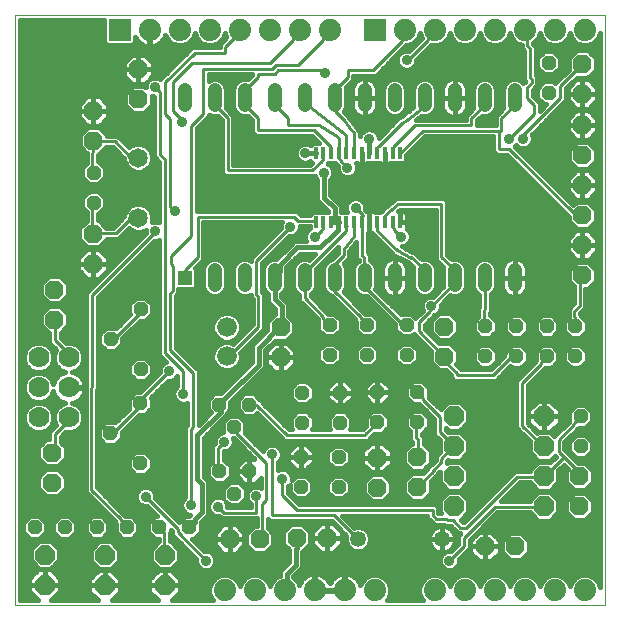
<source format=gtl>
G75*
G70*
%OFA0B0*%
%FSLAX24Y24*%
%IPPOS*%
%LPD*%
%AMOC8*
5,1,8,0,0,1.08239X$1,22.5*
%
%ADD10C,0.0000*%
%ADD11OC8,0.0480*%
%ADD12C,0.0650*%
%ADD13OC8,0.0630*%
%ADD14OC8,0.0660*%
%ADD15R,0.0120X0.0390*%
%ADD16C,0.0700*%
%ADD17C,0.0660*%
%ADD18C,0.0531*%
%ADD19OC8,0.0680*%
%ADD20R,0.0740X0.0740*%
%ADD21C,0.0740*%
%ADD22R,0.0480X0.0480*%
%ADD23C,0.0480*%
%ADD24C,0.0100*%
%ADD25C,0.0360*%
%ADD26C,0.0160*%
%ADD27C,0.0150*%
D10*
X000750Y004151D02*
X000750Y023836D01*
X020435Y023836D01*
X020435Y004151D01*
X000750Y004151D01*
D11*
X001410Y006751D03*
X002410Y006751D03*
X003490Y006751D03*
X004490Y006751D03*
X005570Y006751D03*
X006570Y006751D03*
X008070Y007871D03*
X007570Y008621D03*
X008570Y008621D03*
X008060Y010091D03*
X007560Y010841D03*
X008560Y010841D03*
X010330Y011231D03*
X010330Y010231D03*
X010290Y009091D03*
X010290Y008091D03*
X011550Y008091D03*
X011550Y009091D03*
X011590Y010231D03*
X011590Y011231D03*
X012830Y011251D03*
X012830Y010251D03*
X014170Y010251D03*
X014170Y011251D03*
X013810Y012491D03*
X013810Y013491D03*
X012490Y013491D03*
X012490Y012491D03*
X011250Y012491D03*
X011250Y013491D03*
X016430Y013451D03*
X016430Y012451D03*
X017470Y012451D03*
X017470Y013451D03*
X018490Y013451D03*
X019440Y013451D03*
X019440Y012451D03*
X018490Y012451D03*
X019610Y010451D03*
X019610Y009451D03*
X018550Y021231D03*
X018550Y022231D03*
X004950Y014021D03*
X003950Y013021D03*
X004950Y012021D03*
X004930Y010881D03*
X003930Y009881D03*
X004930Y008881D03*
X003380Y017571D03*
X003380Y018571D03*
D12*
X004870Y019071D03*
X004870Y017071D03*
D13*
X003360Y016531D03*
X003360Y015531D03*
X002070Y014671D03*
X002070Y013671D03*
X001990Y009231D03*
X001990Y008231D03*
X007910Y006351D03*
X008910Y006351D03*
X010150Y006391D03*
X011150Y006391D03*
X012830Y008071D03*
X012830Y009071D03*
X014170Y009091D03*
X014170Y008091D03*
X016430Y006111D03*
X017430Y006111D03*
X019570Y007451D03*
X019570Y008451D03*
X015070Y012431D03*
X015070Y013431D03*
X019670Y015151D03*
X019670Y016151D03*
X019670Y017151D03*
X019670Y018151D03*
X019670Y019151D03*
X019670Y020151D03*
X019670Y021191D03*
X019670Y022191D03*
X009610Y013411D03*
X009610Y012411D03*
X003370Y019631D03*
X003370Y020631D03*
X004870Y021011D03*
X004870Y022011D03*
D14*
X005750Y005814D03*
X005750Y004814D03*
X003750Y004814D03*
X003750Y005814D03*
X001750Y005837D03*
X001750Y004837D03*
D15*
X010783Y016922D03*
X011038Y016922D03*
X011294Y016922D03*
X011550Y016922D03*
X011806Y016922D03*
X012062Y016922D03*
X012318Y016922D03*
X012574Y016922D03*
X012830Y016922D03*
X013086Y016922D03*
X013342Y016922D03*
X013597Y016922D03*
X013597Y019220D03*
X013342Y019220D03*
X013086Y019220D03*
X012830Y019220D03*
X012574Y019220D03*
X012318Y019220D03*
X012062Y019220D03*
X011806Y019220D03*
X011550Y019220D03*
X011294Y019220D03*
X011038Y019220D03*
X010783Y019220D03*
D16*
X002550Y012411D03*
X002550Y011411D03*
X002550Y010411D03*
X001550Y010411D03*
X001550Y011411D03*
X001550Y012411D03*
D17*
X007810Y012451D03*
X007810Y013411D03*
D18*
X012190Y006351D03*
X014990Y006351D03*
D19*
X015390Y007451D03*
X015390Y008451D03*
X015390Y009451D03*
X015390Y010451D03*
X018390Y010451D03*
X018390Y009451D03*
X018390Y008451D03*
X018390Y007451D03*
D20*
X012750Y023336D03*
X004250Y023336D03*
D21*
X005250Y023336D03*
X006250Y023336D03*
X007250Y023336D03*
X008250Y023336D03*
X009250Y023336D03*
X010250Y023336D03*
X011250Y023336D03*
X013750Y023336D03*
X014750Y023336D03*
X015750Y023336D03*
X016750Y023336D03*
X017750Y023336D03*
X018750Y023336D03*
X019750Y023336D03*
X019750Y004651D03*
X018750Y004651D03*
X017750Y004651D03*
X016750Y004651D03*
X015750Y004651D03*
X014750Y004651D03*
X012750Y004651D03*
X011750Y004651D03*
X010750Y004651D03*
X009750Y004651D03*
X008750Y004651D03*
X007750Y004651D03*
D22*
X006410Y015071D03*
D23*
X007410Y014831D02*
X007410Y015311D01*
X008410Y015311D02*
X008410Y014831D01*
X009410Y014831D02*
X009410Y015311D01*
X010410Y015311D02*
X010410Y014831D01*
X011410Y014831D02*
X011410Y015311D01*
X012410Y015311D02*
X012410Y014831D01*
X013410Y014831D02*
X013410Y015311D01*
X014410Y015311D02*
X014410Y014831D01*
X015410Y014831D02*
X015410Y015311D01*
X016410Y015311D02*
X016410Y014831D01*
X017410Y014831D02*
X017410Y015311D01*
X017410Y020831D02*
X017410Y021311D01*
X016410Y021311D02*
X016410Y020831D01*
X015410Y020831D02*
X015410Y021311D01*
X014410Y021311D02*
X014410Y020831D01*
X013410Y020831D02*
X013410Y021311D01*
X012410Y021311D02*
X012410Y020831D01*
X011410Y020831D02*
X011410Y021311D01*
X010410Y021311D02*
X010410Y020831D01*
X009410Y020831D02*
X009410Y021311D01*
X008410Y021311D02*
X008410Y020831D01*
X007410Y020831D02*
X007410Y021311D01*
X006410Y021311D02*
X006410Y020831D01*
D24*
X006020Y020641D02*
X006330Y020331D01*
X006330Y020271D01*
X005940Y020361D02*
X005760Y020541D01*
X005760Y021581D01*
X006750Y022571D01*
X007770Y022571D01*
X007770Y022771D01*
X008250Y023251D01*
X008250Y023336D01*
X009250Y022221D02*
X006660Y022221D01*
X006020Y021581D01*
X006020Y020641D01*
X005940Y020361D02*
X005940Y017431D01*
X006090Y017281D01*
X005430Y016621D02*
X005430Y016601D01*
X003320Y014491D01*
X003320Y011411D01*
X003300Y011391D01*
X003300Y008001D01*
X004280Y007021D01*
X004280Y006961D01*
X004490Y006751D01*
X005110Y007771D02*
X006180Y006701D01*
X006180Y006581D01*
X007120Y005641D01*
X005750Y005814D02*
X005750Y005821D01*
X005740Y005831D01*
X005740Y006581D01*
X005570Y006751D01*
X006620Y007491D02*
X006620Y010021D01*
X006690Y010091D01*
X006690Y011901D01*
X005940Y012651D01*
X005940Y014551D01*
X006010Y014621D01*
X006010Y015461D01*
X005950Y015521D01*
X005950Y015791D01*
X006630Y016471D01*
X006630Y020131D01*
X007020Y020521D01*
X007020Y022041D01*
X009340Y022041D01*
X009460Y022161D01*
X010190Y022161D01*
X011030Y023001D01*
X011030Y023111D01*
X011250Y023331D01*
X011250Y023336D01*
X010250Y023331D02*
X010250Y023336D01*
X010250Y023331D02*
X010030Y023111D01*
X010030Y023001D01*
X009250Y022221D01*
X009540Y021981D02*
X009420Y021861D01*
X008850Y021861D01*
X008850Y021751D01*
X008440Y021341D01*
X008440Y021111D01*
X008410Y021071D01*
X008410Y020831D01*
X008850Y020391D01*
X008850Y019981D01*
X010720Y019981D01*
X011290Y019411D01*
X011290Y019221D01*
X011294Y019220D01*
X011038Y019220D02*
X011030Y019211D01*
X011030Y019001D01*
X010980Y018981D01*
X010980Y018971D01*
X010660Y018651D01*
X007850Y018651D01*
X007850Y020391D01*
X007410Y020831D01*
X007410Y021071D01*
X005580Y019181D02*
X005760Y019001D01*
X005760Y012571D01*
X006360Y011971D01*
X006360Y011191D01*
X005900Y011961D02*
X004960Y011021D01*
X004960Y010921D01*
X004930Y010881D01*
X004930Y010801D01*
X004130Y010001D01*
X004130Y009881D01*
X003930Y009881D01*
X002550Y010311D02*
X002550Y010411D01*
X002550Y010311D02*
X002090Y009851D01*
X002090Y009331D01*
X001990Y009231D01*
X002550Y012411D02*
X002550Y012521D01*
X002090Y012981D01*
X002090Y013651D01*
X002070Y013671D01*
X003950Y013021D02*
X004150Y013021D01*
X004150Y013141D01*
X004950Y013941D01*
X004950Y014021D01*
X006410Y015071D02*
X006410Y015311D01*
X006850Y015751D01*
X006850Y017101D01*
X010070Y017101D01*
X010200Y016971D01*
X010740Y016971D01*
X010780Y016931D01*
X010783Y016922D01*
X011030Y016741D02*
X010980Y016671D01*
X010750Y016441D01*
X011030Y016741D02*
X011030Y016921D01*
X011038Y016922D01*
X011800Y016921D02*
X011800Y016781D01*
X011810Y016781D01*
X011800Y016761D01*
X011800Y016641D01*
X010410Y015251D01*
X010410Y015071D01*
X010420Y015031D01*
X010420Y014381D01*
X011040Y013761D01*
X011040Y013701D01*
X011250Y013491D01*
X012280Y013761D02*
X011400Y014641D01*
X011400Y015031D01*
X011410Y015071D01*
X011410Y015511D01*
X011710Y015811D01*
X011710Y016031D01*
X012050Y016461D01*
X012050Y016881D01*
X012060Y016861D01*
X012070Y016921D01*
X012062Y016922D01*
X011806Y016922D02*
X011800Y016921D01*
X011800Y016781D02*
X011800Y016761D01*
X012318Y016922D02*
X012310Y016971D01*
X012310Y017091D01*
X012360Y017141D01*
X012360Y017151D01*
X012110Y017401D01*
X012318Y016922D02*
X012320Y016921D01*
X012320Y015801D01*
X012400Y015761D01*
X012400Y015081D01*
X012410Y015071D01*
X012440Y015031D01*
X012440Y014761D01*
X013600Y013601D01*
X013600Y013491D01*
X013810Y013491D01*
X014220Y013581D02*
X014220Y013291D01*
X015040Y012471D01*
X015070Y012431D01*
X015070Y012301D01*
X015480Y011891D01*
X015480Y011821D01*
X016700Y011821D01*
X017260Y012381D01*
X017260Y012451D01*
X017470Y012451D01*
X018280Y012181D02*
X017660Y011561D01*
X017660Y010141D01*
X018350Y009451D01*
X018390Y009451D01*
X018880Y009271D02*
X019055Y009096D01*
X018430Y008471D01*
X018390Y008451D01*
X018390Y008441D01*
X017500Y008441D01*
X015800Y006741D01*
X015600Y006741D01*
X015380Y006961D01*
X015380Y006981D01*
X015190Y006981D01*
X015140Y007031D01*
X014800Y007031D01*
X014680Y007151D01*
X014680Y007331D01*
X010150Y007331D01*
X009660Y007821D01*
X009660Y008371D01*
X009140Y008901D02*
X009140Y007651D01*
X009000Y007511D01*
X009000Y006441D01*
X008910Y006351D01*
X009330Y007151D02*
X009330Y009181D01*
X009140Y008901D02*
X008140Y009901D01*
X008060Y010091D01*
X007730Y009601D02*
X007530Y009401D01*
X007530Y008911D01*
X007570Y008621D01*
X007520Y007441D02*
X007720Y007241D01*
X008800Y007241D01*
X008800Y007781D01*
X009330Y007151D02*
X011390Y007151D01*
X012190Y006351D01*
X014170Y008091D02*
X014680Y008601D01*
X014680Y008631D01*
X014970Y008921D01*
X014970Y009041D01*
X015340Y009411D01*
X015340Y009421D01*
X015390Y009451D01*
X015380Y009451D01*
X014920Y009911D01*
X014920Y010441D01*
X014370Y010991D01*
X014370Y011051D01*
X014170Y011251D01*
X014170Y010251D02*
X014130Y010211D01*
X014130Y009741D01*
X014190Y009681D01*
X014190Y009111D01*
X014170Y009091D01*
X012830Y010241D02*
X012830Y010251D01*
X012830Y010241D02*
X012440Y009851D01*
X012440Y009831D01*
X009810Y009831D01*
X008840Y010801D01*
X008840Y010841D01*
X008560Y010841D01*
X007880Y012451D02*
X007810Y012451D01*
X007880Y012451D02*
X008870Y013441D01*
X008870Y014441D01*
X008800Y014511D01*
X008800Y015641D01*
X009930Y016771D01*
X011840Y018741D02*
X011610Y018971D01*
X011610Y018981D01*
X011550Y019041D01*
X011550Y019171D01*
X011550Y019220D01*
X011550Y019221D01*
X011550Y019571D01*
X011560Y019721D01*
X011430Y019811D01*
X010880Y020161D01*
X009850Y020161D01*
X009850Y020391D01*
X009410Y020831D01*
X009410Y021071D01*
X009540Y021981D02*
X010980Y021981D01*
X011080Y021881D01*
X011440Y021341D02*
X011440Y021111D01*
X011410Y021071D01*
X011410Y020641D01*
X011460Y020591D01*
X011460Y020581D01*
X011710Y020331D01*
X011890Y020101D01*
X012060Y019881D01*
X012060Y019221D01*
X012062Y019220D01*
X011806Y019220D02*
X011800Y019221D01*
X011800Y019661D01*
X011790Y019841D01*
X010410Y020891D01*
X010410Y021071D01*
X011440Y021341D02*
X011850Y021751D01*
X011850Y021991D01*
X012700Y021991D01*
X013660Y022951D01*
X013660Y023241D01*
X013750Y023331D01*
X013750Y023336D01*
X014530Y023111D02*
X014530Y023001D01*
X013850Y022321D01*
X013810Y022321D01*
X014530Y023111D02*
X014750Y023331D01*
X014750Y023336D01*
X014410Y021071D02*
X014410Y020791D01*
X013860Y020371D01*
X013810Y020341D01*
X013650Y020231D01*
X012890Y019471D01*
X012890Y019461D01*
X012840Y019421D01*
X012840Y019241D01*
X012830Y019221D01*
X012830Y019220D01*
X013342Y019220D02*
X013350Y019221D01*
X013360Y019241D01*
X013360Y019441D01*
X014080Y020151D01*
X015970Y020151D01*
X015970Y020391D01*
X016410Y020831D01*
X016410Y021071D01*
X016970Y020391D02*
X017410Y020831D01*
X017410Y021071D01*
X017820Y021061D02*
X017820Y021411D01*
X017980Y021571D01*
X017980Y021681D01*
X017920Y021741D01*
X017920Y022711D01*
X017840Y022791D01*
X017840Y023241D01*
X017750Y023331D01*
X017750Y023336D01*
X018940Y021461D02*
X018940Y021061D01*
X017690Y019811D01*
X017690Y019701D01*
X017210Y019691D02*
X018060Y020541D01*
X018060Y020821D01*
X017820Y021061D01*
X016970Y020391D02*
X016970Y019971D01*
X016880Y019971D01*
X016880Y019361D01*
X017230Y019361D01*
X019410Y017181D01*
X019410Y017151D01*
X019670Y017151D01*
X019670Y015151D02*
X019580Y015061D01*
X019580Y014141D01*
X019400Y013961D01*
X019400Y013781D01*
X019440Y013741D01*
X019440Y013451D01*
X018490Y012451D02*
X018280Y012241D01*
X018280Y012181D01*
X019610Y010451D02*
X019400Y010241D01*
X019400Y010181D01*
X018880Y009661D01*
X018880Y009271D01*
X019055Y009096D02*
X019570Y008581D01*
X019570Y008451D01*
X018390Y007451D02*
X018390Y007441D01*
X016760Y007441D01*
X015720Y006401D01*
X015720Y006121D01*
X015240Y005641D01*
X016430Y013451D02*
X016390Y013491D01*
X016390Y013981D01*
X016420Y014011D01*
X016420Y015061D01*
X016410Y015071D01*
X015410Y015071D02*
X015380Y015031D01*
X015380Y014871D01*
X014630Y014121D01*
X014600Y014081D01*
X014600Y013961D01*
X014220Y013581D01*
X014410Y015071D02*
X014410Y015311D01*
X013970Y015751D01*
X013960Y015741D01*
X013480Y015991D01*
X013000Y016471D01*
X012960Y016521D01*
X012830Y016641D01*
X012830Y016921D01*
X012830Y016922D01*
X013086Y016922D02*
X013090Y016931D01*
X013100Y016981D01*
X013100Y017161D01*
X013510Y017531D01*
X014970Y017531D01*
X014970Y015751D01*
X015410Y015311D01*
X015410Y015071D01*
X013630Y016441D02*
X013400Y016671D01*
X013400Y016681D01*
X013350Y016761D01*
X013350Y016921D01*
X013342Y016922D01*
X013350Y016921D02*
X013350Y016951D01*
X013597Y019220D02*
X013600Y019221D01*
X014350Y019971D01*
X016880Y019971D01*
X018940Y021461D02*
X019670Y022191D01*
X012280Y013761D02*
X012280Y013701D01*
X012490Y013491D01*
X005580Y019181D02*
X005580Y021271D01*
X005430Y021421D01*
X004090Y019611D02*
X003410Y019611D01*
X003370Y019631D01*
X003370Y019261D01*
X003340Y019231D01*
X003340Y018611D01*
X003380Y018571D01*
X003380Y017571D02*
X003340Y017531D01*
X003340Y016551D01*
X003360Y016531D01*
X003400Y016551D01*
X004110Y016551D01*
X004600Y017041D01*
X004600Y017071D01*
X004870Y017071D01*
X004870Y019071D02*
X004600Y019071D01*
X004600Y019101D01*
X004090Y019611D01*
D25*
X005430Y021421D03*
X006330Y020271D03*
X008380Y019851D03*
X007430Y017961D03*
X006090Y017281D03*
X005430Y016621D03*
X006680Y013051D03*
X005900Y011961D03*
X006360Y011191D03*
X007730Y009601D03*
X008800Y007781D03*
X009660Y008371D03*
X009330Y009181D03*
X007520Y007441D03*
X006620Y007491D03*
X005110Y007771D03*
X007120Y005641D03*
X014630Y014121D03*
X013630Y016441D03*
X014250Y017181D03*
X012110Y017401D03*
X011050Y018571D03*
X011840Y018741D03*
X012560Y019701D03*
X011080Y021881D03*
X010440Y019221D03*
X009930Y016771D03*
X010750Y016441D03*
X013810Y022321D03*
X017210Y019691D03*
X017690Y019701D03*
X015240Y005641D03*
D26*
X015009Y005419D02*
X010325Y005419D01*
X010325Y005412D02*
X010325Y005932D01*
X010329Y005936D01*
X010338Y005936D01*
X010605Y006203D01*
X010605Y006579D01*
X010338Y006846D01*
X009962Y006846D01*
X009695Y006579D01*
X009695Y006203D01*
X009895Y006003D01*
X009895Y005590D01*
X009595Y005290D01*
X009595Y005139D01*
X009461Y005083D01*
X009318Y004940D01*
X009250Y004777D01*
X009182Y004940D01*
X009039Y005083D01*
X008851Y005161D01*
X008649Y005161D01*
X008461Y005083D01*
X008318Y004940D01*
X008250Y004777D01*
X008182Y004940D01*
X008039Y005083D01*
X007851Y005161D01*
X007649Y005161D01*
X007461Y005083D01*
X007318Y004940D01*
X007240Y004752D01*
X007240Y004550D01*
X007318Y004362D01*
X007349Y004331D01*
X005989Y004331D01*
X006260Y004602D01*
X006260Y004814D01*
X006260Y005025D01*
X005961Y005324D01*
X005750Y005324D01*
X005539Y005324D01*
X005240Y005025D01*
X005240Y004814D01*
X005750Y004814D01*
X005750Y005324D01*
X005750Y004814D01*
X005750Y004814D01*
X005750Y004814D01*
X006260Y004814D01*
X005750Y004814D01*
X005750Y004814D01*
X005240Y004814D01*
X005240Y004602D01*
X005511Y004331D01*
X003989Y004331D01*
X004260Y004602D01*
X004260Y004814D01*
X004260Y005025D01*
X003961Y005324D01*
X003750Y005324D01*
X003539Y005324D01*
X003240Y005025D01*
X003240Y004814D01*
X003750Y004814D01*
X003750Y005324D01*
X003750Y004814D01*
X003750Y004814D01*
X003750Y004814D01*
X004260Y004814D01*
X003750Y004814D01*
X003750Y004814D01*
X003240Y004814D01*
X003240Y004602D01*
X003511Y004331D01*
X001965Y004331D01*
X002260Y004626D01*
X002260Y004837D01*
X001750Y004837D01*
X001240Y004837D01*
X001240Y004626D01*
X001535Y004331D01*
X000930Y004331D01*
X000930Y023656D01*
X003740Y023656D01*
X003740Y022908D01*
X003822Y022826D01*
X004678Y022826D01*
X004760Y022908D01*
X004760Y023086D01*
X004780Y023048D01*
X004830Y022978D01*
X004892Y022917D01*
X004962Y022866D01*
X005039Y022826D01*
X005121Y022800D01*
X005207Y022786D01*
X005230Y022786D01*
X005230Y023316D01*
X005270Y023316D01*
X005270Y022786D01*
X005293Y022786D01*
X005379Y022800D01*
X005461Y022826D01*
X005538Y022866D01*
X005608Y022917D01*
X005670Y022978D01*
X005720Y023048D01*
X005760Y023125D01*
X005771Y023160D01*
X005818Y023047D01*
X005961Y022904D01*
X006149Y022826D01*
X006351Y022826D01*
X006539Y022904D01*
X006682Y023047D01*
X006750Y023210D01*
X006818Y023047D01*
X006961Y022904D01*
X007149Y022826D01*
X007351Y022826D01*
X007539Y022904D01*
X007682Y023047D01*
X007750Y023210D01*
X007806Y023076D01*
X007580Y022850D01*
X007580Y022761D01*
X006671Y022761D01*
X006560Y022650D01*
X005605Y021695D01*
X005494Y021741D01*
X005366Y021741D01*
X005253Y021694D01*
X005365Y021806D01*
X005365Y022011D01*
X005365Y022216D01*
X005075Y022506D01*
X004870Y022506D01*
X004870Y022011D01*
X004870Y022011D01*
X004870Y022506D01*
X004665Y022506D01*
X004375Y022216D01*
X004375Y022011D01*
X004870Y022011D01*
X005365Y022011D01*
X004870Y022011D01*
X004870Y022011D01*
X004870Y022011D01*
X004375Y022011D01*
X004375Y021806D01*
X004665Y021516D01*
X004870Y021516D01*
X005075Y021516D01*
X005157Y021598D01*
X005110Y021485D01*
X005110Y021414D01*
X005058Y021466D01*
X004682Y021466D01*
X004415Y021199D01*
X004415Y020823D01*
X004682Y020556D01*
X005058Y020556D01*
X005325Y020823D01*
X005325Y021118D01*
X005366Y021101D01*
X005390Y021101D01*
X005390Y019102D01*
X005570Y018922D01*
X005570Y016909D01*
X005494Y016941D01*
X005366Y016941D01*
X005310Y016918D01*
X005335Y016978D01*
X005335Y017163D01*
X005264Y017334D01*
X005133Y017465D01*
X004962Y017536D01*
X004778Y017536D01*
X004607Y017465D01*
X004476Y017334D01*
X004405Y017163D01*
X004405Y017115D01*
X004031Y016741D01*
X003793Y016741D01*
X003548Y016986D01*
X003530Y016986D01*
X003530Y017191D01*
X003537Y017191D01*
X003760Y017414D01*
X003760Y017728D01*
X003537Y017951D01*
X003223Y017951D01*
X003000Y017728D01*
X003000Y017414D01*
X003150Y017264D01*
X003150Y016964D01*
X002905Y016719D01*
X002905Y016343D01*
X003172Y016076D01*
X003548Y016076D01*
X003815Y016343D01*
X003815Y016361D01*
X004189Y016361D01*
X004300Y016472D01*
X004556Y016728D01*
X004607Y016677D01*
X004778Y016606D01*
X004962Y016606D01*
X005110Y016667D01*
X005110Y016557D01*
X005112Y016552D01*
X003130Y014570D01*
X003130Y011490D01*
X003110Y011470D01*
X003110Y007922D01*
X003221Y007811D01*
X004090Y006942D01*
X004090Y006882D01*
X004110Y006862D01*
X004110Y006594D01*
X004333Y006371D01*
X004647Y006371D01*
X004870Y006594D01*
X004870Y006908D01*
X004647Y007131D01*
X004439Y007131D01*
X003490Y008080D01*
X003490Y011312D01*
X003510Y011332D01*
X003510Y014412D01*
X005399Y016301D01*
X005494Y016301D01*
X005570Y016333D01*
X005570Y012492D01*
X005797Y012265D01*
X005719Y012232D01*
X005629Y012142D01*
X005580Y012025D01*
X005580Y011910D01*
X004931Y011261D01*
X004773Y011261D01*
X004550Y011038D01*
X004550Y010724D01*
X004567Y010707D01*
X004104Y010244D01*
X004087Y010261D01*
X003773Y010261D01*
X003550Y010038D01*
X003550Y009724D01*
X003773Y009501D01*
X004087Y009501D01*
X004310Y009724D01*
X004310Y009792D01*
X004320Y009802D01*
X004320Y009922D01*
X004899Y010501D01*
X005087Y010501D01*
X005310Y010724D01*
X005310Y011038D01*
X005278Y011070D01*
X005849Y011641D01*
X005964Y011641D01*
X006081Y011690D01*
X006170Y011778D01*
X006170Y011454D01*
X006089Y011372D01*
X006040Y011255D01*
X006040Y011127D01*
X006089Y011010D01*
X006179Y010920D01*
X006296Y010871D01*
X006424Y010871D01*
X006500Y010903D01*
X006500Y010170D01*
X006430Y010100D01*
X006430Y007754D01*
X006349Y007672D01*
X006300Y007555D01*
X006300Y007427D01*
X006349Y007310D01*
X006439Y007220D01*
X006556Y007171D01*
X006596Y007171D01*
X006556Y007131D01*
X006413Y007131D01*
X006216Y006934D01*
X005430Y007720D01*
X005430Y007835D01*
X005381Y007952D01*
X005291Y008042D01*
X005174Y008091D01*
X005046Y008091D01*
X004929Y008042D01*
X004839Y007952D01*
X004790Y007835D01*
X004790Y007707D01*
X004839Y007590D01*
X004929Y007500D01*
X005046Y007451D01*
X005161Y007451D01*
X005481Y007131D01*
X005413Y007131D01*
X005190Y006908D01*
X005190Y006594D01*
X005413Y006371D01*
X005550Y006371D01*
X005550Y006278D01*
X005280Y006008D01*
X005280Y005619D01*
X005555Y005344D01*
X005945Y005344D01*
X006220Y005619D01*
X006220Y006008D01*
X005945Y006284D01*
X005930Y006284D01*
X005930Y006574D01*
X005950Y006594D01*
X005950Y006662D01*
X005990Y006622D01*
X005990Y006502D01*
X006800Y005692D01*
X006800Y005577D01*
X006849Y005460D01*
X006939Y005370D01*
X007056Y005321D01*
X007184Y005321D01*
X007301Y005370D01*
X007391Y005460D01*
X007440Y005577D01*
X007440Y005705D01*
X007391Y005822D01*
X007301Y005912D01*
X007184Y005961D01*
X007069Y005961D01*
X006659Y006371D01*
X006727Y006371D01*
X006950Y006594D01*
X006950Y006827D01*
X006965Y006842D01*
X006965Y006932D01*
X007069Y007036D01*
X007195Y007162D01*
X007195Y008290D01*
X007045Y008440D01*
X007045Y009732D01*
X007699Y010386D01*
X007825Y010512D01*
X007825Y010569D01*
X007940Y010684D01*
X007940Y010927D01*
X008969Y011956D01*
X009095Y012082D01*
X009095Y012652D01*
X009410Y012967D01*
X009422Y012956D01*
X009798Y012956D01*
X010065Y013223D01*
X010065Y013599D01*
X009865Y013799D01*
X009865Y014200D01*
X009625Y014440D01*
X009625Y014509D01*
X009625Y014509D01*
X009732Y014616D01*
X009790Y014755D01*
X009790Y015187D01*
X009795Y015192D01*
X009795Y015412D01*
X010249Y015866D01*
X010756Y015866D01*
X010553Y015663D01*
X010486Y015691D01*
X010334Y015691D01*
X010195Y015633D01*
X010088Y015526D01*
X010030Y015387D01*
X010030Y014755D01*
X010088Y014616D01*
X010195Y014509D01*
X010230Y014494D01*
X010230Y014302D01*
X010341Y014191D01*
X010850Y013682D01*
X010850Y013622D01*
X010870Y013602D01*
X010870Y013334D01*
X011093Y013111D01*
X011407Y013111D01*
X011630Y013334D01*
X011630Y013648D01*
X011407Y013871D01*
X011199Y013871D01*
X010610Y014460D01*
X010610Y014503D01*
X010625Y014509D01*
X010732Y014616D01*
X010790Y014755D01*
X010790Y015362D01*
X011512Y016085D01*
X011520Y016020D01*
X011520Y015890D01*
X011331Y015701D01*
X011312Y015682D01*
X011195Y015633D01*
X011088Y015526D01*
X011030Y015387D01*
X011030Y014755D01*
X011088Y014616D01*
X011195Y014509D01*
X011312Y014460D01*
X011321Y014451D01*
X012090Y013682D01*
X012090Y013622D01*
X012110Y013602D01*
X012110Y013334D01*
X012333Y013111D01*
X012647Y013111D01*
X012870Y013334D01*
X012870Y013648D01*
X012647Y013871D01*
X012439Y013871D01*
X011713Y014597D01*
X011732Y014616D01*
X011790Y014755D01*
X011790Y015387D01*
X011732Y015526D01*
X011713Y015545D01*
X011900Y015732D01*
X011900Y015965D01*
X012130Y016256D01*
X012130Y015846D01*
X012115Y015816D01*
X012130Y015770D01*
X012130Y015722D01*
X012154Y015698D01*
X012165Y015666D01*
X012207Y015645D01*
X012210Y015642D01*
X012210Y015639D01*
X012195Y015633D01*
X012088Y015526D01*
X012030Y015387D01*
X012030Y014755D01*
X012088Y014616D01*
X012195Y014509D01*
X012334Y014451D01*
X012481Y014451D01*
X013410Y013522D01*
X013410Y013412D01*
X013430Y013392D01*
X013430Y013334D01*
X013653Y013111D01*
X013967Y013111D01*
X014049Y013193D01*
X014141Y013101D01*
X014619Y012623D01*
X014615Y012619D01*
X014615Y012243D01*
X014882Y011976D01*
X015126Y011976D01*
X015290Y011812D01*
X015290Y011742D01*
X015401Y011631D01*
X016779Y011631D01*
X017266Y012118D01*
X017313Y012071D01*
X017627Y012071D01*
X017850Y012294D01*
X017850Y012608D01*
X017627Y012831D01*
X017313Y012831D01*
X017090Y012608D01*
X017090Y012550D01*
X017070Y012530D01*
X017070Y012460D01*
X016621Y012011D01*
X015629Y012011D01*
X015461Y012179D01*
X015525Y012243D01*
X015525Y012619D01*
X015258Y012886D01*
X014894Y012886D01*
X014410Y013370D01*
X014410Y013502D01*
X014679Y013771D01*
X014719Y013812D01*
X014811Y013850D01*
X014901Y013940D01*
X014950Y014057D01*
X014950Y014172D01*
X015260Y014482D01*
X015334Y014451D01*
X015486Y014451D01*
X015625Y014509D01*
X015732Y014616D01*
X015790Y014755D01*
X015790Y015387D01*
X015732Y015526D01*
X015625Y015633D01*
X015486Y015691D01*
X015334Y015691D01*
X015309Y015681D01*
X015160Y015830D01*
X015160Y017610D01*
X015049Y017721D01*
X013515Y017721D01*
X013441Y017725D01*
X013437Y017721D01*
X013431Y017721D01*
X013379Y017669D01*
X013027Y017351D01*
X013021Y017351D01*
X012969Y017299D01*
X012923Y017257D01*
X012748Y017257D01*
X012744Y017261D01*
X012703Y017285D01*
X012658Y017297D01*
X012574Y017297D01*
X012574Y016922D01*
X012574Y016547D01*
X012651Y016547D01*
X012698Y016504D01*
X012751Y016451D01*
X012756Y016451D01*
X012810Y016401D01*
X012810Y016392D01*
X012858Y016344D01*
X012901Y016291D01*
X012913Y016290D01*
X013313Y015890D01*
X013322Y015859D01*
X013366Y015836D01*
X013401Y015801D01*
X013433Y015801D01*
X013846Y015586D01*
X013881Y015551D01*
X013901Y015551D01*
X014040Y015412D01*
X014030Y015387D01*
X014030Y014755D01*
X014088Y014616D01*
X014195Y014509D01*
X014334Y014451D01*
X014486Y014451D01*
X014625Y014509D01*
X014732Y014616D01*
X014790Y014755D01*
X014790Y015387D01*
X014732Y015526D01*
X014625Y015633D01*
X014486Y015691D01*
X014334Y015691D01*
X014309Y015681D01*
X014118Y015872D01*
X014118Y015873D01*
X014115Y015874D01*
X014049Y015941D01*
X013987Y015941D01*
X013642Y016121D01*
X013694Y016121D01*
X013811Y016170D01*
X013901Y016260D01*
X013950Y016377D01*
X013950Y016505D01*
X013901Y016622D01*
X013834Y016690D01*
X013837Y016704D01*
X013837Y016922D01*
X013597Y016922D01*
X013597Y017297D01*
X013535Y017297D01*
X013583Y017341D01*
X014780Y017341D01*
X014780Y015672D01*
X015040Y015412D01*
X015030Y015387D01*
X015030Y014790D01*
X014681Y014441D01*
X014566Y014441D01*
X014449Y014392D01*
X014359Y014302D01*
X014310Y014185D01*
X014310Y014057D01*
X014344Y013974D01*
X014104Y013734D01*
X013967Y013871D01*
X013653Y013871D01*
X013626Y013844D01*
X012768Y014702D01*
X012790Y014755D01*
X012790Y015387D01*
X012732Y015526D01*
X012625Y015633D01*
X012590Y015648D01*
X012590Y015716D01*
X012605Y015746D01*
X012590Y015792D01*
X012590Y015840D01*
X012566Y015864D01*
X012555Y015896D01*
X012513Y015917D01*
X012510Y015920D01*
X012510Y016547D01*
X012574Y016547D01*
X012574Y016922D01*
X012574Y016922D01*
X012574Y016922D01*
X012574Y017297D01*
X012490Y017297D01*
X012484Y017296D01*
X012439Y017341D01*
X012430Y017350D01*
X012430Y017465D01*
X013153Y017465D01*
X013329Y017624D02*
X012340Y017624D01*
X012381Y017582D02*
X012291Y017672D01*
X012174Y017721D01*
X012046Y017721D01*
X011929Y017672D01*
X011839Y017582D01*
X011790Y017465D01*
X011635Y017465D01*
X011635Y017470D02*
X011634Y017471D01*
X011634Y017473D01*
X011571Y017534D01*
X011509Y017596D01*
X011507Y017596D01*
X011265Y017832D01*
X011265Y018333D01*
X011321Y018390D01*
X011370Y018507D01*
X011370Y018635D01*
X011321Y018752D01*
X011231Y018842D01*
X011178Y018864D01*
X011187Y018885D01*
X011412Y018885D01*
X011420Y018892D01*
X011520Y018792D01*
X011520Y018677D01*
X011569Y018560D01*
X011659Y018470D01*
X011776Y018421D01*
X011904Y018421D01*
X012021Y018470D01*
X012111Y018560D01*
X012160Y018677D01*
X012160Y018805D01*
X012127Y018885D01*
X012143Y018885D01*
X012147Y018881D01*
X012188Y018857D01*
X012234Y018845D01*
X012318Y018845D01*
X012402Y018845D01*
X012447Y018857D01*
X012488Y018881D01*
X012493Y018885D01*
X012692Y018885D01*
X012702Y018895D01*
X012712Y018885D01*
X012911Y018885D01*
X012915Y018881D01*
X012956Y018857D01*
X013002Y018845D01*
X013086Y018845D01*
X013169Y018845D01*
X013215Y018857D01*
X013256Y018881D01*
X013260Y018885D01*
X013460Y018885D01*
X013470Y018895D01*
X013479Y018885D01*
X013715Y018885D01*
X013797Y018967D01*
X013797Y019150D01*
X014429Y019781D01*
X016690Y019781D01*
X016690Y019282D01*
X016801Y019171D01*
X017151Y019171D01*
X019215Y017107D01*
X019215Y016963D01*
X019482Y016696D01*
X019858Y016696D01*
X020125Y016963D01*
X020125Y017339D01*
X019858Y017606D01*
X019482Y017606D01*
X019368Y017492D01*
X017420Y019440D01*
X017416Y019444D01*
X017455Y019483D01*
X017509Y019430D01*
X017626Y019381D01*
X017754Y019381D01*
X017871Y019430D01*
X017961Y019520D01*
X018010Y019637D01*
X018010Y019765D01*
X017981Y019834D01*
X019130Y020982D01*
X019130Y021382D01*
X019484Y021736D01*
X019858Y021736D01*
X020125Y022003D01*
X020125Y022379D01*
X019858Y022646D01*
X019482Y022646D01*
X019215Y022379D01*
X019215Y022005D01*
X018861Y021651D01*
X018764Y021554D01*
X018707Y021611D01*
X018393Y021611D01*
X018170Y021388D01*
X018170Y021074D01*
X018393Y020851D01*
X018461Y020851D01*
X018250Y020640D01*
X018250Y020900D01*
X018139Y021011D01*
X018010Y021140D01*
X018010Y021332D01*
X018170Y021492D01*
X018170Y021760D01*
X018110Y021820D01*
X018110Y022790D01*
X018030Y022870D01*
X018030Y022900D01*
X018039Y022904D01*
X018182Y023047D01*
X018250Y023210D01*
X018318Y023047D01*
X018461Y022904D01*
X018649Y022826D01*
X018851Y022826D01*
X019039Y022904D01*
X019182Y023047D01*
X019250Y023210D01*
X019318Y023047D01*
X019461Y022904D01*
X019649Y022826D01*
X019851Y022826D01*
X020039Y022904D01*
X020182Y023047D01*
X020255Y023223D01*
X020255Y004764D01*
X020182Y004940D01*
X020039Y005083D01*
X019851Y005161D01*
X019649Y005161D01*
X019461Y005083D01*
X019318Y004940D01*
X019250Y004777D01*
X019182Y004940D01*
X019039Y005083D01*
X018851Y005161D01*
X018649Y005161D01*
X018461Y005083D01*
X018318Y004940D01*
X018250Y004777D01*
X018182Y004940D01*
X018039Y005083D01*
X017851Y005161D01*
X017649Y005161D01*
X017461Y005083D01*
X017318Y004940D01*
X017250Y004777D01*
X017182Y004940D01*
X017039Y005083D01*
X016851Y005161D01*
X016649Y005161D01*
X016461Y005083D01*
X016318Y004940D01*
X016250Y004777D01*
X016182Y004940D01*
X016039Y005083D01*
X015851Y005161D01*
X015649Y005161D01*
X015461Y005083D01*
X015318Y004940D01*
X015250Y004777D01*
X015182Y004940D01*
X015039Y005083D01*
X014851Y005161D01*
X014649Y005161D01*
X014461Y005083D01*
X014318Y004940D01*
X014240Y004752D01*
X014240Y004550D01*
X014318Y004362D01*
X014349Y004331D01*
X013151Y004331D01*
X013182Y004362D01*
X013260Y004550D01*
X013260Y004752D01*
X013182Y004940D01*
X013039Y005083D01*
X012851Y005161D01*
X012649Y005161D01*
X012461Y005083D01*
X012318Y004940D01*
X012271Y004827D01*
X012260Y004862D01*
X012220Y004939D01*
X012170Y005009D01*
X012108Y005071D01*
X012038Y005121D01*
X011961Y005161D01*
X011879Y005187D01*
X011793Y005201D01*
X011770Y005201D01*
X011770Y004671D01*
X011730Y004671D01*
X011730Y005201D01*
X011707Y005201D01*
X011621Y005187D01*
X011539Y005161D01*
X011462Y005121D01*
X011392Y005071D01*
X011330Y005009D01*
X011280Y004939D01*
X011250Y004881D01*
X011220Y004939D01*
X011170Y005009D01*
X011108Y005071D01*
X011038Y005121D01*
X010961Y005161D01*
X010879Y005187D01*
X010793Y005201D01*
X010770Y005201D01*
X010770Y004671D01*
X010730Y004671D01*
X010730Y005201D01*
X010707Y005201D01*
X010621Y005187D01*
X010539Y005161D01*
X010462Y005121D01*
X010392Y005071D01*
X010330Y005009D01*
X010280Y004939D01*
X010240Y004862D01*
X010229Y004827D01*
X010182Y004940D01*
X010039Y005083D01*
X010025Y005089D01*
X010025Y005112D01*
X010199Y005286D01*
X010325Y005412D01*
X010325Y005577D02*
X014920Y005577D01*
X014969Y005460D01*
X015059Y005370D01*
X015176Y005321D01*
X015304Y005321D01*
X015421Y005370D01*
X015511Y005460D01*
X015560Y005577D01*
X015560Y005692D01*
X015799Y005931D01*
X015910Y006042D01*
X015910Y006322D01*
X016839Y007251D01*
X017911Y007251D01*
X018191Y006971D01*
X018589Y006971D01*
X018870Y007252D01*
X018870Y007650D01*
X018589Y007931D01*
X018191Y007931D01*
X017910Y007650D01*
X017910Y007631D01*
X016959Y007631D01*
X017579Y008251D01*
X017911Y008251D01*
X018191Y007971D01*
X018589Y007971D01*
X018870Y008252D01*
X018870Y008642D01*
X019055Y008827D01*
X019179Y008703D01*
X019115Y008639D01*
X019115Y008263D01*
X019382Y007996D01*
X019758Y007996D01*
X020025Y008263D01*
X020025Y008639D01*
X019758Y008906D01*
X019514Y008906D01*
X019245Y009175D01*
X019070Y009350D01*
X019070Y009582D01*
X019559Y010071D01*
X019767Y010071D01*
X019990Y010294D01*
X019990Y010608D01*
X019767Y010831D01*
X019453Y010831D01*
X019230Y010608D01*
X019230Y010340D01*
X019210Y010320D01*
X019210Y010260D01*
X018801Y009851D01*
X018735Y009785D01*
X018589Y009931D01*
X018191Y009931D01*
X018165Y009905D01*
X017850Y010220D01*
X017850Y011482D01*
X018439Y012071D01*
X018647Y012071D01*
X018870Y012294D01*
X018870Y012608D01*
X018647Y012831D01*
X018333Y012831D01*
X018110Y012608D01*
X018110Y012340D01*
X018090Y012320D01*
X018090Y012260D01*
X017581Y011751D01*
X017470Y011640D01*
X017470Y010062D01*
X017910Y009622D01*
X017910Y009252D01*
X018191Y008971D01*
X018589Y008971D01*
X018750Y009132D01*
X018786Y009096D01*
X018605Y008915D01*
X018589Y008931D01*
X018191Y008931D01*
X017910Y008650D01*
X017910Y008631D01*
X017421Y008631D01*
X017310Y008520D01*
X015721Y006931D01*
X015679Y006931D01*
X015614Y006996D01*
X015870Y007252D01*
X015870Y007650D01*
X015589Y007931D01*
X015191Y007931D01*
X014910Y007650D01*
X014910Y007252D01*
X014941Y007221D01*
X014879Y007221D01*
X014870Y007230D01*
X014870Y007410D01*
X014759Y007521D01*
X010229Y007521D01*
X009850Y007900D01*
X009850Y008108D01*
X009910Y008168D01*
X009910Y007934D01*
X010133Y007711D01*
X010447Y007711D01*
X010670Y007934D01*
X010670Y008248D01*
X010447Y008471D01*
X010133Y008471D01*
X009980Y008318D01*
X009980Y008435D01*
X009931Y008552D01*
X009841Y008642D01*
X009724Y008691D01*
X009596Y008691D01*
X009520Y008659D01*
X009520Y008918D01*
X009601Y009000D01*
X009650Y009117D01*
X009650Y009245D01*
X009601Y009362D01*
X009511Y009452D01*
X009394Y009501D01*
X009266Y009501D01*
X009149Y009452D01*
X009059Y009362D01*
X009026Y009284D01*
X008408Y009902D01*
X008440Y009934D01*
X008440Y010248D01*
X008217Y010471D01*
X007903Y010471D01*
X007680Y010248D01*
X007680Y009934D01*
X007693Y009921D01*
X007666Y009921D01*
X007549Y009872D01*
X007459Y009782D01*
X007410Y009665D01*
X007410Y009550D01*
X007340Y009480D01*
X007340Y008975D01*
X007331Y008963D01*
X007336Y008925D01*
X007190Y008778D01*
X007190Y008464D01*
X007413Y008241D01*
X007727Y008241D01*
X007950Y008464D01*
X007950Y008778D01*
X007727Y009001D01*
X007720Y009001D01*
X007720Y009281D01*
X007794Y009281D01*
X007911Y009330D01*
X008001Y009420D01*
X008050Y009537D01*
X008050Y009665D01*
X008031Y009711D01*
X008061Y009711D01*
X008731Y009041D01*
X008570Y009041D01*
X008396Y009041D01*
X008150Y008795D01*
X008150Y008621D01*
X008570Y008621D01*
X008570Y008621D01*
X008570Y009041D01*
X008570Y008621D01*
X008570Y008621D01*
X008150Y008621D01*
X008150Y008447D01*
X008396Y008201D01*
X008570Y008201D01*
X008744Y008201D01*
X008950Y008407D01*
X008950Y008065D01*
X008864Y008101D01*
X008736Y008101D01*
X008619Y008052D01*
X008529Y007962D01*
X008480Y007845D01*
X008480Y007717D01*
X008529Y007600D01*
X008610Y007518D01*
X008610Y007431D01*
X007840Y007431D01*
X007840Y007505D01*
X007798Y007605D01*
X007913Y007491D01*
X008227Y007491D01*
X008450Y007714D01*
X008450Y008028D01*
X008227Y008251D01*
X007913Y008251D01*
X007690Y008028D01*
X007690Y007717D01*
X007584Y007761D01*
X007456Y007761D01*
X007339Y007712D01*
X007249Y007622D01*
X007200Y007505D01*
X007200Y007377D01*
X007249Y007260D01*
X007339Y007170D01*
X007456Y007121D01*
X007571Y007121D01*
X007641Y007051D01*
X008810Y007051D01*
X008810Y006806D01*
X008722Y006806D01*
X008455Y006539D01*
X008455Y006163D01*
X008722Y005896D01*
X009098Y005896D01*
X009365Y006163D01*
X009365Y006539D01*
X009190Y006714D01*
X009190Y007022D01*
X009251Y006961D01*
X011311Y006961D01*
X011801Y006472D01*
X011784Y006432D01*
X011784Y006270D01*
X011846Y006121D01*
X011960Y006007D01*
X012109Y005945D01*
X012271Y005945D01*
X012420Y006007D01*
X012534Y006121D01*
X012596Y006270D01*
X012596Y006432D01*
X012534Y006581D01*
X012420Y006695D01*
X012271Y006757D01*
X012109Y006757D01*
X012069Y006740D01*
X011669Y007141D01*
X014490Y007141D01*
X014490Y007072D01*
X014610Y006952D01*
X014721Y006841D01*
X015061Y006841D01*
X015111Y006791D01*
X015281Y006791D01*
X015301Y006771D01*
X015301Y006771D01*
X015410Y006662D01*
X015521Y006551D01*
X015601Y006551D01*
X015530Y006480D01*
X015530Y006200D01*
X015291Y005961D01*
X015206Y005961D01*
X015224Y005970D01*
X015280Y006011D01*
X015330Y006061D01*
X015371Y006117D01*
X015403Y006180D01*
X015425Y006247D01*
X015436Y006316D01*
X015436Y006342D01*
X014999Y006342D01*
X014999Y006360D01*
X014981Y006360D01*
X014981Y006797D01*
X014955Y006797D01*
X014886Y006786D01*
X014819Y006764D01*
X014756Y006732D01*
X014700Y006691D01*
X014650Y006641D01*
X014609Y006585D01*
X014577Y006522D01*
X014555Y006455D01*
X014544Y006386D01*
X014544Y006360D01*
X014981Y006360D01*
X014981Y006342D01*
X014999Y006342D01*
X014999Y005905D01*
X015025Y005905D01*
X015057Y005910D01*
X014969Y005822D01*
X014920Y005705D01*
X014920Y005577D01*
X014933Y005736D02*
X010325Y005736D01*
X010325Y005894D02*
X015041Y005894D01*
X014981Y005905D02*
X014981Y006342D01*
X014544Y006342D01*
X014544Y006316D01*
X014555Y006247D01*
X014577Y006180D01*
X014609Y006117D01*
X014650Y006061D01*
X014700Y006011D01*
X014756Y005970D01*
X014819Y005938D01*
X014886Y005916D01*
X014955Y005905D01*
X014981Y005905D01*
X014981Y006053D02*
X014999Y006053D01*
X014999Y006211D02*
X014981Y006211D01*
X014999Y006360D02*
X015436Y006360D01*
X015436Y006386D01*
X015425Y006455D01*
X015403Y006522D01*
X015371Y006585D01*
X015330Y006641D01*
X015280Y006691D01*
X015224Y006732D01*
X015161Y006764D01*
X015094Y006786D01*
X015025Y006797D01*
X014999Y006797D01*
X014999Y006360D01*
X014999Y006370D02*
X014981Y006370D01*
X014981Y006528D02*
X014999Y006528D01*
X014999Y006687D02*
X014981Y006687D01*
X014696Y006687D02*
X012428Y006687D01*
X012556Y006528D02*
X014580Y006528D01*
X014544Y006370D02*
X012596Y006370D01*
X012571Y006211D02*
X014567Y006211D01*
X014658Y006053D02*
X012466Y006053D01*
X011914Y006053D02*
X011512Y006053D01*
X011645Y006186D02*
X011355Y005896D01*
X011150Y005896D01*
X011150Y006391D01*
X011150Y006391D01*
X011150Y006886D01*
X011355Y006886D01*
X011645Y006596D01*
X011645Y006391D01*
X011150Y006391D01*
X011150Y006886D01*
X010945Y006886D01*
X010655Y006596D01*
X010655Y006391D01*
X011150Y006391D01*
X011150Y006391D01*
X011150Y006391D01*
X011645Y006391D01*
X011645Y006186D01*
X011645Y006211D02*
X011809Y006211D01*
X011784Y006370D02*
X011645Y006370D01*
X011645Y006528D02*
X011744Y006528D01*
X011585Y006687D02*
X011554Y006687D01*
X011427Y006845D02*
X011396Y006845D01*
X011150Y006845D02*
X011150Y006845D01*
X011150Y006687D02*
X011150Y006687D01*
X011150Y006528D02*
X011150Y006528D01*
X011150Y006391D02*
X010655Y006391D01*
X010655Y006186D01*
X010945Y005896D01*
X011150Y005896D01*
X011150Y006391D01*
X011150Y006391D01*
X011150Y006370D02*
X011150Y006370D01*
X011150Y006211D02*
X011150Y006211D01*
X011150Y006053D02*
X011150Y006053D01*
X010788Y006053D02*
X010455Y006053D01*
X010605Y006211D02*
X010655Y006211D01*
X010655Y006370D02*
X010605Y006370D01*
X010605Y006528D02*
X010655Y006528D01*
X010746Y006687D02*
X010497Y006687D01*
X010339Y006845D02*
X010904Y006845D01*
X011806Y007004D02*
X014558Y007004D01*
X014717Y006845D02*
X011964Y006845D01*
X012642Y007616D02*
X013018Y007616D01*
X013285Y007883D01*
X013285Y008259D01*
X013018Y008526D01*
X012642Y008526D01*
X012375Y008259D01*
X012375Y007883D01*
X012642Y007616D01*
X012620Y007638D02*
X010112Y007638D01*
X010047Y007796D02*
X009953Y007796D01*
X009910Y007955D02*
X009850Y007955D01*
X009855Y008114D02*
X009910Y008114D01*
X009980Y008431D02*
X010092Y008431D01*
X010116Y008671D02*
X009870Y008917D01*
X009870Y009091D01*
X010290Y009091D01*
X010290Y009091D01*
X010290Y009511D01*
X010464Y009511D01*
X010710Y009265D01*
X010710Y009091D01*
X010290Y009091D01*
X010290Y009511D01*
X010116Y009511D01*
X009870Y009265D01*
X009870Y009091D01*
X010290Y009091D01*
X010290Y009091D01*
X010290Y009091D01*
X010710Y009091D01*
X010710Y008917D01*
X010464Y008671D01*
X010290Y008671D01*
X010290Y009091D01*
X010290Y009091D01*
X010290Y008671D01*
X010116Y008671D01*
X010040Y008748D02*
X009520Y008748D01*
X009520Y008906D02*
X009881Y008906D01*
X009870Y009065D02*
X009628Y009065D01*
X009650Y009223D02*
X009870Y009223D01*
X009987Y009382D02*
X009582Y009382D01*
X009731Y009641D02*
X012519Y009641D01*
X012630Y009752D01*
X012630Y009772D01*
X012729Y009871D01*
X012987Y009871D01*
X013210Y010094D01*
X013210Y010408D01*
X012987Y010631D01*
X012673Y010631D01*
X012450Y010408D01*
X012450Y010130D01*
X012341Y010021D01*
X011917Y010021D01*
X011970Y010074D01*
X011970Y010388D01*
X011747Y010611D01*
X011433Y010611D01*
X011210Y010388D01*
X011210Y010074D01*
X011263Y010021D01*
X010657Y010021D01*
X010710Y010074D01*
X010710Y010388D01*
X010487Y010611D01*
X010173Y010611D01*
X009950Y010388D01*
X009950Y010074D01*
X010003Y010021D01*
X009889Y010021D01*
X009030Y010880D01*
X009030Y010920D01*
X008919Y011031D01*
X008907Y011031D01*
X008717Y011221D01*
X008403Y011221D01*
X008180Y010998D01*
X008180Y010684D01*
X008403Y010461D01*
X008717Y010461D01*
X008814Y010558D01*
X009620Y009752D01*
X009731Y009641D01*
X009674Y009699D02*
X008611Y009699D01*
X008453Y009857D02*
X009515Y009857D01*
X009357Y010016D02*
X008440Y010016D01*
X008440Y010174D02*
X009198Y010174D01*
X009040Y010333D02*
X008356Y010333D01*
X008373Y010491D02*
X007804Y010491D01*
X007764Y010333D02*
X007646Y010333D01*
X007680Y010174D02*
X007487Y010174D01*
X007329Y010016D02*
X007680Y010016D01*
X007533Y009857D02*
X007170Y009857D01*
X007045Y009699D02*
X007424Y009699D01*
X007400Y009540D02*
X007045Y009540D01*
X007045Y009382D02*
X007340Y009382D01*
X007340Y009223D02*
X007045Y009223D01*
X007045Y009065D02*
X007340Y009065D01*
X007318Y008906D02*
X007045Y008906D01*
X007045Y008748D02*
X007190Y008748D01*
X007190Y008589D02*
X007045Y008589D01*
X007055Y008431D02*
X007223Y008431D01*
X007195Y008272D02*
X007382Y008272D01*
X007195Y008114D02*
X007775Y008114D01*
X007758Y008272D02*
X008325Y008272D01*
X008365Y008114D02*
X008950Y008114D01*
X008950Y008272D02*
X008815Y008272D01*
X008570Y008272D02*
X008570Y008272D01*
X008570Y008201D02*
X008570Y008621D01*
X008570Y008621D01*
X008570Y008201D01*
X008570Y008431D02*
X008570Y008431D01*
X008570Y008589D02*
X008570Y008589D01*
X008570Y008748D02*
X008570Y008748D01*
X008570Y008906D02*
X008570Y008906D01*
X008708Y009065D02*
X007720Y009065D01*
X007720Y009223D02*
X008549Y009223D01*
X008391Y009382D02*
X007963Y009382D01*
X008050Y009540D02*
X008232Y009540D01*
X008074Y009699D02*
X008036Y009699D01*
X007822Y008906D02*
X008261Y008906D01*
X008150Y008748D02*
X007950Y008748D01*
X007950Y008589D02*
X008150Y008589D01*
X008167Y008431D02*
X007917Y008431D01*
X007690Y007955D02*
X007195Y007955D01*
X007195Y007796D02*
X007690Y007796D01*
X007840Y007479D02*
X008610Y007479D01*
X008513Y007638D02*
X008374Y007638D01*
X008450Y007796D02*
X008480Y007796D01*
X008450Y007955D02*
X008526Y007955D01*
X008810Y007004D02*
X007037Y007004D01*
X006965Y006845D02*
X007704Y006845D01*
X007705Y006846D02*
X007415Y006556D01*
X007415Y006351D01*
X007910Y006351D01*
X007910Y006351D01*
X007910Y006846D01*
X008115Y006846D01*
X008405Y006556D01*
X008405Y006351D01*
X007910Y006351D01*
X007910Y006846D01*
X007705Y006846D01*
X007910Y006845D02*
X007910Y006845D01*
X007910Y006687D02*
X007910Y006687D01*
X007910Y006528D02*
X007910Y006528D01*
X007910Y006370D02*
X007910Y006370D01*
X007910Y006351D02*
X007910Y006351D01*
X007910Y006351D01*
X008405Y006351D01*
X008405Y006146D01*
X008115Y005856D01*
X007910Y005856D01*
X007910Y006351D01*
X007415Y006351D01*
X007415Y006146D01*
X007705Y005856D01*
X007910Y005856D01*
X007910Y006351D01*
X007910Y006351D01*
X007910Y006211D02*
X007910Y006211D01*
X007910Y006053D02*
X007910Y006053D01*
X007910Y005894D02*
X007910Y005894D01*
X008154Y005894D02*
X009895Y005894D01*
X009895Y005736D02*
X007427Y005736D01*
X007440Y005577D02*
X009882Y005577D01*
X009724Y005419D02*
X007351Y005419D01*
X007506Y005102D02*
X006183Y005102D01*
X006260Y004943D02*
X007321Y004943D01*
X007253Y004785D02*
X006260Y004785D01*
X006260Y004626D02*
X007240Y004626D01*
X007274Y004468D02*
X006126Y004468D01*
X005750Y004943D02*
X005750Y004943D01*
X005750Y005102D02*
X005750Y005102D01*
X005750Y005260D02*
X005750Y005260D01*
X006024Y005260D02*
X009595Y005260D01*
X009506Y005102D02*
X008994Y005102D01*
X009179Y004943D02*
X009321Y004943D01*
X009253Y004785D02*
X009247Y004785D01*
X008506Y005102D02*
X007994Y005102D01*
X008179Y004943D02*
X008321Y004943D01*
X008253Y004785D02*
X008247Y004785D01*
X007666Y005894D02*
X007319Y005894D01*
X007508Y006053D02*
X006977Y006053D01*
X006818Y006211D02*
X007415Y006211D01*
X007415Y006370D02*
X006660Y006370D01*
X006885Y006528D02*
X007415Y006528D01*
X007546Y006687D02*
X006950Y006687D01*
X007195Y007162D02*
X007356Y007162D01*
X007223Y007321D02*
X007195Y007321D01*
X007195Y007479D02*
X007200Y007479D01*
X007195Y007638D02*
X007264Y007638D01*
X006587Y007162D02*
X005987Y007162D01*
X006146Y007004D02*
X006286Y007004D01*
X006344Y007321D02*
X005829Y007321D01*
X005670Y007479D02*
X006300Y007479D01*
X006335Y007638D02*
X005512Y007638D01*
X005430Y007796D02*
X006430Y007796D01*
X006430Y007955D02*
X005379Y007955D01*
X005087Y008501D02*
X005310Y008724D01*
X005310Y009038D01*
X005087Y009261D01*
X004773Y009261D01*
X004550Y009038D01*
X004550Y008724D01*
X004773Y008501D01*
X005087Y008501D01*
X005175Y008589D02*
X006430Y008589D01*
X006430Y008431D02*
X003490Y008431D01*
X003490Y008589D02*
X004685Y008589D01*
X004550Y008748D02*
X003490Y008748D01*
X003490Y008906D02*
X004550Y008906D01*
X004576Y009065D02*
X003490Y009065D01*
X003490Y009223D02*
X004735Y009223D01*
X005125Y009223D02*
X006430Y009223D01*
X006430Y009065D02*
X005284Y009065D01*
X005310Y008906D02*
X006430Y008906D01*
X006430Y008748D02*
X005310Y008748D01*
X004841Y007955D02*
X003615Y007955D01*
X003490Y008114D02*
X006430Y008114D01*
X006430Y008272D02*
X003490Y008272D01*
X003110Y008272D02*
X002445Y008272D01*
X002445Y008419D02*
X002445Y008043D01*
X002178Y007776D01*
X001802Y007776D01*
X001535Y008043D01*
X001535Y008419D01*
X001802Y008686D01*
X002178Y008686D01*
X002445Y008419D01*
X002434Y008431D02*
X003110Y008431D01*
X003110Y008589D02*
X002275Y008589D01*
X002178Y008776D02*
X002445Y009043D01*
X002445Y009419D01*
X002280Y009584D01*
X002280Y009772D01*
X002436Y009928D01*
X002453Y009921D01*
X002647Y009921D01*
X002828Y009996D01*
X002965Y010133D01*
X003040Y010314D01*
X003040Y010508D01*
X002965Y010689D01*
X002828Y010826D01*
X002667Y010893D01*
X002674Y010894D01*
X002753Y010920D01*
X002828Y010958D01*
X002895Y011007D01*
X002954Y011066D01*
X003003Y011133D01*
X003041Y011208D01*
X003067Y011287D01*
X003080Y011369D01*
X003080Y011393D01*
X002568Y011393D01*
X002568Y011429D01*
X003080Y011429D01*
X003080Y011453D01*
X003067Y011535D01*
X003041Y011614D01*
X003003Y011689D01*
X002954Y011756D01*
X002895Y011815D01*
X002828Y011864D01*
X002753Y011902D01*
X002674Y011928D01*
X002667Y011929D01*
X002828Y011996D01*
X002965Y012133D01*
X003040Y012314D01*
X003040Y012508D01*
X002965Y012689D01*
X002828Y012826D01*
X002647Y012901D01*
X002453Y012901D01*
X002443Y012897D01*
X002280Y013060D01*
X002280Y013238D01*
X002525Y013483D01*
X002525Y013859D01*
X002258Y014126D01*
X001882Y014126D01*
X001615Y013859D01*
X001615Y013483D01*
X001882Y013216D01*
X001900Y013216D01*
X001900Y012902D01*
X002128Y012674D01*
X002060Y012508D01*
X002060Y012314D01*
X002135Y012133D01*
X002272Y011996D01*
X002433Y011929D01*
X002426Y011928D01*
X002347Y011902D01*
X002272Y011864D01*
X002205Y011815D01*
X002146Y011756D01*
X002097Y011689D01*
X002059Y011614D01*
X002033Y011535D01*
X002032Y011528D01*
X001965Y011689D01*
X001828Y011826D01*
X001647Y011901D01*
X001453Y011901D01*
X001272Y011826D01*
X001135Y011689D01*
X001060Y011508D01*
X001060Y011314D01*
X001135Y011133D01*
X001272Y010996D01*
X001453Y010921D01*
X001647Y010921D01*
X001828Y010996D01*
X001965Y011133D01*
X002032Y011294D01*
X002033Y011287D01*
X002059Y011208D01*
X002097Y011133D01*
X002146Y011066D01*
X002205Y011007D01*
X002272Y010958D01*
X002347Y010920D01*
X002426Y010894D01*
X002433Y010893D01*
X002272Y010826D01*
X002135Y010689D01*
X002060Y010508D01*
X002060Y010314D01*
X002126Y010155D01*
X001900Y009930D01*
X001900Y009686D01*
X001802Y009686D01*
X001535Y009419D01*
X001535Y009043D01*
X001802Y008776D01*
X002178Y008776D01*
X002308Y008906D02*
X003110Y008906D01*
X003110Y008748D02*
X000930Y008748D01*
X000930Y008906D02*
X001672Y008906D01*
X001535Y009065D02*
X000930Y009065D01*
X000930Y009223D02*
X001535Y009223D01*
X001535Y009382D02*
X000930Y009382D01*
X000930Y009540D02*
X001656Y009540D01*
X001900Y009699D02*
X000930Y009699D01*
X000930Y009857D02*
X001900Y009857D01*
X001828Y009996D02*
X001965Y010133D01*
X002040Y010314D01*
X002040Y010508D01*
X001965Y010689D01*
X001828Y010826D01*
X001647Y010901D01*
X001453Y010901D01*
X001272Y010826D01*
X001135Y010689D01*
X001060Y010508D01*
X001060Y010314D01*
X001135Y010133D01*
X001272Y009996D01*
X001453Y009921D01*
X001647Y009921D01*
X001828Y009996D01*
X001847Y010016D02*
X001986Y010016D01*
X001982Y010174D02*
X002118Y010174D01*
X002060Y010333D02*
X002040Y010333D01*
X002040Y010491D02*
X002060Y010491D01*
X002118Y010650D02*
X001982Y010650D01*
X001846Y010808D02*
X002254Y010808D01*
X002260Y010967D02*
X001757Y010967D01*
X001957Y011125D02*
X002103Y011125D01*
X002034Y011284D02*
X002028Y011284D01*
X002002Y011601D02*
X002054Y011601D01*
X002148Y011759D02*
X001895Y011759D01*
X001828Y011996D02*
X001647Y011921D01*
X001453Y011921D01*
X001272Y011996D01*
X001135Y012133D01*
X001060Y012314D01*
X001060Y012508D01*
X001135Y012689D01*
X001272Y012826D01*
X001453Y012901D01*
X001647Y012901D01*
X001828Y012826D01*
X001965Y012689D01*
X002040Y012508D01*
X002040Y012314D01*
X001965Y012133D01*
X001828Y011996D01*
X001908Y012076D02*
X002192Y012076D01*
X002093Y012235D02*
X002007Y012235D01*
X002040Y012393D02*
X002060Y012393D01*
X002078Y012552D02*
X002022Y012552D01*
X002092Y012710D02*
X001944Y012710D01*
X001934Y012869D02*
X001726Y012869D01*
X001900Y013027D02*
X000930Y013027D01*
X000930Y012869D02*
X001374Y012869D01*
X001156Y012710D02*
X000930Y012710D01*
X000930Y012552D02*
X001078Y012552D01*
X001060Y012393D02*
X000930Y012393D01*
X000930Y012235D02*
X001093Y012235D01*
X001192Y012076D02*
X000930Y012076D01*
X000930Y011918D02*
X002394Y011918D01*
X002706Y011918D02*
X003130Y011918D01*
X003130Y012076D02*
X002908Y012076D01*
X003007Y012235D02*
X003130Y012235D01*
X003130Y012393D02*
X003040Y012393D01*
X003022Y012552D02*
X003130Y012552D01*
X003130Y012710D02*
X002944Y012710D01*
X003130Y012869D02*
X002726Y012869D01*
X003130Y013027D02*
X002313Y013027D01*
X002280Y013186D02*
X003130Y013186D01*
X003130Y013344D02*
X002386Y013344D01*
X002525Y013503D02*
X003130Y013503D01*
X003130Y013661D02*
X002525Y013661D01*
X002525Y013820D02*
X003130Y013820D01*
X003130Y013978D02*
X002406Y013978D01*
X002258Y014216D02*
X002525Y014483D01*
X002525Y014859D01*
X002258Y015126D01*
X001882Y015126D01*
X001615Y014859D01*
X001615Y014483D01*
X001882Y014216D01*
X002258Y014216D01*
X002337Y014295D02*
X003130Y014295D01*
X003130Y014137D02*
X000930Y014137D01*
X000930Y014295D02*
X001803Y014295D01*
X001644Y014454D02*
X000930Y014454D01*
X000930Y014612D02*
X001615Y014612D01*
X001615Y014771D02*
X000930Y014771D01*
X000930Y014929D02*
X001685Y014929D01*
X001843Y015088D02*
X000930Y015088D01*
X000930Y015246D02*
X002945Y015246D01*
X002865Y015326D02*
X003155Y015036D01*
X003360Y015036D01*
X003565Y015036D01*
X003855Y015326D01*
X003855Y015531D01*
X003855Y015736D01*
X003565Y016026D01*
X003360Y016026D01*
X003360Y015531D01*
X003360Y015531D01*
X003360Y016026D01*
X003155Y016026D01*
X002865Y015736D01*
X002865Y015531D01*
X003360Y015531D01*
X003855Y015531D01*
X003360Y015531D01*
X003360Y015531D01*
X003360Y015531D01*
X002865Y015531D01*
X002865Y015326D01*
X002865Y015405D02*
X000930Y015405D01*
X000930Y015563D02*
X002865Y015563D01*
X002865Y015722D02*
X000930Y015722D01*
X000930Y015880D02*
X003009Y015880D01*
X003051Y016197D02*
X000930Y016197D01*
X000930Y016039D02*
X004599Y016039D01*
X004757Y016197D02*
X003669Y016197D01*
X003815Y016356D02*
X004916Y016356D01*
X005074Y016514D02*
X004342Y016514D01*
X004500Y016673D02*
X004617Y016673D01*
X004280Y016990D02*
X003530Y016990D01*
X003530Y017148D02*
X004405Y017148D01*
X004464Y017307D02*
X003653Y017307D01*
X003760Y017465D02*
X004606Y017465D01*
X004121Y016831D02*
X003703Y016831D01*
X003150Y016990D02*
X000930Y016990D01*
X000930Y017148D02*
X003150Y017148D01*
X003107Y017307D02*
X000930Y017307D01*
X000930Y017465D02*
X003000Y017465D01*
X003000Y017624D02*
X000930Y017624D01*
X000930Y017782D02*
X003054Y017782D01*
X003212Y017941D02*
X000930Y017941D01*
X000930Y018099D02*
X005570Y018099D01*
X005570Y017941D02*
X003548Y017941D01*
X003706Y017782D02*
X005570Y017782D01*
X005570Y017624D02*
X003760Y017624D01*
X003537Y018191D02*
X003223Y018191D01*
X003000Y018414D01*
X003000Y018728D01*
X003150Y018878D01*
X003150Y019208D01*
X002915Y019443D01*
X002915Y019819D01*
X003182Y020086D01*
X003558Y020086D01*
X003825Y019819D01*
X003825Y019801D01*
X004169Y019801D01*
X004280Y019690D01*
X004556Y019414D01*
X004607Y019465D01*
X004778Y019536D01*
X004962Y019536D01*
X005133Y019465D01*
X005264Y019334D01*
X005335Y019163D01*
X005335Y018978D01*
X005264Y018808D01*
X005133Y018677D01*
X004962Y018606D01*
X004778Y018606D01*
X004607Y018677D01*
X004476Y018808D01*
X004405Y018978D01*
X004405Y019027D01*
X004011Y019421D01*
X003803Y019421D01*
X003558Y019176D01*
X003554Y019176D01*
X003530Y019152D01*
X003530Y018951D01*
X003537Y018951D01*
X003760Y018728D01*
X003760Y018414D01*
X003537Y018191D01*
X003604Y018258D02*
X005570Y018258D01*
X005570Y018416D02*
X003760Y018416D01*
X003760Y018575D02*
X005570Y018575D01*
X005570Y018733D02*
X005190Y018733D01*
X005299Y018892D02*
X005570Y018892D01*
X005442Y019050D02*
X005335Y019050D01*
X005316Y019209D02*
X005390Y019209D01*
X005390Y019367D02*
X005232Y019367D01*
X005390Y019526D02*
X004988Y019526D01*
X004752Y019526D02*
X004444Y019526D01*
X004286Y019684D02*
X005390Y019684D01*
X005390Y019843D02*
X003802Y019843D01*
X003643Y020001D02*
X005390Y020001D01*
X005390Y020160D02*
X003599Y020160D01*
X003575Y020136D02*
X003865Y020426D01*
X003865Y020631D01*
X003865Y020836D01*
X003575Y021126D01*
X003370Y021126D01*
X003370Y020631D01*
X003370Y020631D01*
X003370Y021126D01*
X003165Y021126D01*
X002875Y020836D01*
X002875Y020631D01*
X003370Y020631D01*
X003865Y020631D01*
X003370Y020631D01*
X003370Y020631D01*
X003370Y020631D01*
X002875Y020631D01*
X002875Y020426D01*
X003165Y020136D01*
X003370Y020136D01*
X003575Y020136D01*
X003370Y020136D02*
X003370Y020631D01*
X003370Y020631D01*
X003370Y020136D01*
X003370Y020160D02*
X003370Y020160D01*
X003370Y020318D02*
X003370Y020318D01*
X003370Y020477D02*
X003370Y020477D01*
X003370Y020635D02*
X003370Y020635D01*
X003370Y020794D02*
X003370Y020794D01*
X003370Y020952D02*
X003370Y020952D01*
X003370Y021111D02*
X003370Y021111D01*
X003591Y021111D02*
X004415Y021111D01*
X004415Y020952D02*
X003749Y020952D01*
X003865Y020794D02*
X004444Y020794D01*
X004603Y020635D02*
X003865Y020635D01*
X003865Y020477D02*
X005390Y020477D01*
X005390Y020635D02*
X005137Y020635D01*
X005296Y020794D02*
X005390Y020794D01*
X005390Y020952D02*
X005325Y020952D01*
X005325Y021111D02*
X005343Y021111D01*
X005110Y021428D02*
X005097Y021428D01*
X005145Y021586D02*
X005152Y021586D01*
X005304Y021745D02*
X005655Y021745D01*
X005813Y021903D02*
X005365Y021903D01*
X005365Y022062D02*
X005972Y022062D01*
X006130Y022220D02*
X005361Y022220D01*
X005203Y022379D02*
X006289Y022379D01*
X006447Y022537D02*
X000930Y022537D01*
X000930Y022379D02*
X004537Y022379D01*
X004379Y022220D02*
X000930Y022220D01*
X000930Y022062D02*
X004375Y022062D01*
X004375Y021903D02*
X000930Y021903D01*
X000930Y021745D02*
X004436Y021745D01*
X004595Y021586D02*
X000930Y021586D01*
X000930Y021428D02*
X004643Y021428D01*
X004485Y021269D02*
X000930Y021269D01*
X000930Y021111D02*
X003149Y021111D01*
X002991Y020952D02*
X000930Y020952D01*
X000930Y020794D02*
X002875Y020794D01*
X002875Y020635D02*
X000930Y020635D01*
X000930Y020477D02*
X002875Y020477D01*
X002983Y020318D02*
X000930Y020318D01*
X000930Y020160D02*
X003141Y020160D01*
X003097Y020001D02*
X000930Y020001D01*
X000930Y019843D02*
X002938Y019843D01*
X002915Y019684D02*
X000930Y019684D01*
X000930Y019526D02*
X002915Y019526D01*
X002991Y019367D02*
X000930Y019367D01*
X000930Y019209D02*
X003149Y019209D01*
X003150Y019050D02*
X000930Y019050D01*
X000930Y018892D02*
X003150Y018892D01*
X003005Y018733D02*
X000930Y018733D01*
X000930Y018575D02*
X003000Y018575D01*
X003000Y018416D02*
X000930Y018416D01*
X000930Y018258D02*
X003156Y018258D01*
X003597Y018892D02*
X004441Y018892D01*
X004382Y019050D02*
X003530Y019050D01*
X003591Y019209D02*
X004224Y019209D01*
X004065Y019367D02*
X003749Y019367D01*
X003755Y018733D02*
X004550Y018733D01*
X005134Y017465D02*
X005570Y017465D01*
X005570Y017307D02*
X005276Y017307D01*
X005335Y017148D02*
X005570Y017148D01*
X005570Y016990D02*
X005335Y016990D01*
X005295Y016197D02*
X005570Y016197D01*
X005570Y016039D02*
X005136Y016039D01*
X004978Y015880D02*
X005570Y015880D01*
X005570Y015722D02*
X004819Y015722D01*
X004661Y015563D02*
X005570Y015563D01*
X005570Y015405D02*
X004502Y015405D01*
X004344Y015246D02*
X005570Y015246D01*
X005570Y015088D02*
X004185Y015088D01*
X004027Y014929D02*
X005570Y014929D01*
X005570Y014771D02*
X003868Y014771D01*
X003710Y014612D02*
X005570Y014612D01*
X005570Y014454D02*
X003551Y014454D01*
X003510Y014295D02*
X004687Y014295D01*
X004793Y014401D02*
X004570Y014178D01*
X004570Y013864D01*
X004587Y013847D01*
X004124Y013384D01*
X004107Y013401D01*
X003793Y013401D01*
X003570Y013178D01*
X003570Y012864D01*
X003793Y012641D01*
X004107Y012641D01*
X004330Y012864D01*
X004330Y012932D01*
X004340Y012942D01*
X004340Y013062D01*
X004919Y013641D01*
X005107Y013641D01*
X005330Y013864D01*
X005330Y014178D01*
X005107Y014401D01*
X004793Y014401D01*
X004570Y014137D02*
X003510Y014137D01*
X003510Y013978D02*
X004570Y013978D01*
X004560Y013820D02*
X003510Y013820D01*
X003510Y013661D02*
X004401Y013661D01*
X004243Y013503D02*
X003510Y013503D01*
X003510Y013344D02*
X003736Y013344D01*
X003577Y013186D02*
X003510Y013186D01*
X003510Y013027D02*
X003570Y013027D01*
X003570Y012869D02*
X003510Y012869D01*
X003510Y012710D02*
X003724Y012710D01*
X003510Y012552D02*
X005570Y012552D01*
X005570Y012710D02*
X004176Y012710D01*
X004330Y012869D02*
X005570Y012869D01*
X005570Y013027D02*
X004340Y013027D01*
X004463Y013186D02*
X005570Y013186D01*
X005570Y013344D02*
X004622Y013344D01*
X004780Y013503D02*
X005570Y013503D01*
X005570Y013661D02*
X005127Y013661D01*
X005286Y013820D02*
X005570Y013820D01*
X005570Y013978D02*
X005330Y013978D01*
X005330Y014137D02*
X005570Y014137D01*
X005570Y014295D02*
X005213Y014295D01*
X006130Y014295D02*
X008680Y014295D01*
X008680Y014362D02*
X008680Y013520D01*
X008029Y012869D01*
X007903Y012921D01*
X007717Y012921D01*
X007544Y012849D01*
X007412Y012717D01*
X007340Y012544D01*
X007340Y012358D01*
X007412Y012185D01*
X007544Y012053D01*
X007717Y011981D01*
X007903Y011981D01*
X008076Y012053D01*
X008208Y012185D01*
X008280Y012358D01*
X008280Y012544D01*
X008269Y012571D01*
X009060Y013362D01*
X009060Y014520D01*
X008990Y014590D01*
X008990Y015562D01*
X009879Y016451D01*
X009994Y016451D01*
X010111Y016500D01*
X010201Y016590D01*
X010250Y016707D01*
X010250Y016781D01*
X010583Y016781D01*
X010583Y016718D01*
X010569Y016712D01*
X010479Y016622D01*
X010430Y016505D01*
X010430Y016377D01*
X010464Y016296D01*
X010071Y016296D01*
X009945Y016170D01*
X009466Y015691D01*
X009334Y015691D01*
X009195Y015633D01*
X009088Y015526D01*
X009030Y015387D01*
X009030Y014755D01*
X009088Y014616D01*
X009195Y014509D01*
X009195Y014262D01*
X009435Y014022D01*
X009435Y013866D01*
X009422Y013866D01*
X009155Y013599D01*
X009155Y013320D01*
X008665Y012830D01*
X008665Y012260D01*
X007669Y011264D01*
X007666Y011264D01*
X007625Y011221D01*
X007403Y011221D01*
X007180Y010998D01*
X007180Y010684D01*
X007284Y010579D01*
X006880Y010175D01*
X006880Y011980D01*
X006769Y012091D01*
X006130Y012730D01*
X006130Y014472D01*
X006200Y014542D01*
X006200Y014691D01*
X006708Y014691D01*
X006790Y014773D01*
X006790Y015369D01*
X006763Y015396D01*
X006929Y015561D01*
X007040Y015672D01*
X007040Y016911D01*
X009642Y016911D01*
X009610Y016835D01*
X009610Y016720D01*
X008721Y015831D01*
X008610Y015720D01*
X008610Y015639D01*
X008486Y015691D01*
X008334Y015691D01*
X008195Y015633D01*
X008088Y015526D01*
X008030Y015387D01*
X008030Y014755D01*
X008088Y014616D01*
X008195Y014509D01*
X008334Y014451D01*
X008486Y014451D01*
X008610Y014503D01*
X008610Y014432D01*
X008680Y014362D01*
X008610Y014454D02*
X008492Y014454D01*
X008328Y014454D02*
X007492Y014454D01*
X007486Y014451D02*
X007625Y014509D01*
X007732Y014616D01*
X007790Y014755D01*
X007790Y015387D01*
X007732Y015526D01*
X007625Y015633D01*
X007486Y015691D01*
X007334Y015691D01*
X007195Y015633D01*
X007088Y015526D01*
X007030Y015387D01*
X007030Y014755D01*
X007088Y014616D01*
X007195Y014509D01*
X007334Y014451D01*
X007486Y014451D01*
X007328Y014454D02*
X006130Y014454D01*
X006200Y014612D02*
X007092Y014612D01*
X007030Y014771D02*
X006788Y014771D01*
X006790Y014929D02*
X007030Y014929D01*
X007030Y015088D02*
X006790Y015088D01*
X006790Y015246D02*
X007030Y015246D01*
X007037Y015405D02*
X006772Y015405D01*
X006929Y015561D02*
X006929Y015561D01*
X006931Y015563D02*
X007125Y015563D01*
X007040Y015722D02*
X008612Y015722D01*
X008770Y015880D02*
X007040Y015880D01*
X007040Y016039D02*
X008929Y016039D01*
X009087Y016197D02*
X007040Y016197D01*
X007040Y016356D02*
X009246Y016356D01*
X009404Y016514D02*
X007040Y016514D01*
X007040Y016673D02*
X009563Y016673D01*
X009610Y016831D02*
X007040Y016831D01*
X006820Y017291D02*
X006820Y020052D01*
X007210Y020442D01*
X007210Y020503D01*
X007334Y020451D01*
X007486Y020451D01*
X007511Y020461D01*
X007660Y020312D01*
X007660Y018572D01*
X007771Y018461D01*
X010739Y018461D01*
X010746Y018468D01*
X010779Y018390D01*
X010835Y018333D01*
X010835Y017828D01*
X010834Y017827D01*
X010835Y017740D01*
X010835Y017652D01*
X010836Y017651D01*
X010836Y017649D01*
X010899Y017588D01*
X010961Y017526D01*
X010963Y017526D01*
X011205Y017290D01*
X011205Y017257D01*
X011176Y017257D01*
X011166Y017247D01*
X011156Y017257D01*
X010920Y017257D01*
X010910Y017247D01*
X010901Y017257D01*
X010665Y017257D01*
X010583Y017175D01*
X010583Y017161D01*
X010279Y017161D01*
X010260Y017180D01*
X010149Y017291D01*
X006820Y017291D01*
X006820Y017307D02*
X011188Y017307D01*
X011025Y017465D02*
X006820Y017465D01*
X006820Y017624D02*
X010862Y017624D01*
X010834Y017782D02*
X006820Y017782D01*
X006820Y017941D02*
X010835Y017941D01*
X010835Y018099D02*
X006820Y018099D01*
X006820Y018258D02*
X010835Y018258D01*
X010768Y018416D02*
X006820Y018416D01*
X006820Y018575D02*
X007660Y018575D01*
X007660Y018733D02*
X006820Y018733D01*
X006820Y018892D02*
X007660Y018892D01*
X007660Y019050D02*
X006820Y019050D01*
X006820Y019209D02*
X007660Y019209D01*
X007660Y019367D02*
X006820Y019367D01*
X006820Y019526D02*
X007660Y019526D01*
X007660Y019684D02*
X006820Y019684D01*
X006820Y019843D02*
X007660Y019843D01*
X007660Y020001D02*
X006820Y020001D01*
X006927Y020160D02*
X007660Y020160D01*
X007654Y020318D02*
X007086Y020318D01*
X007210Y020477D02*
X007273Y020477D01*
X007780Y020730D02*
X007790Y020755D01*
X007790Y021387D01*
X007732Y021526D01*
X007625Y021633D01*
X007486Y021691D01*
X007334Y021691D01*
X007210Y021639D01*
X007210Y021851D01*
X008660Y021851D01*
X008660Y021830D01*
X008511Y021681D01*
X008486Y021691D01*
X008334Y021691D01*
X008195Y021633D01*
X008088Y021526D01*
X008030Y021387D01*
X008030Y020755D01*
X008088Y020616D01*
X008195Y020509D01*
X008334Y020451D01*
X008486Y020451D01*
X008511Y020461D01*
X008660Y020312D01*
X008660Y019902D01*
X008771Y019791D01*
X010641Y019791D01*
X010878Y019555D01*
X010665Y019555D01*
X010608Y019498D01*
X010504Y019541D01*
X010376Y019541D01*
X010259Y019492D01*
X010169Y019402D01*
X010120Y019285D01*
X010120Y019157D01*
X010169Y019040D01*
X010259Y018950D01*
X010376Y018901D01*
X010504Y018901D01*
X010606Y018943D01*
X010645Y018904D01*
X010581Y018841D01*
X008040Y018841D01*
X008040Y020470D01*
X007780Y020730D01*
X007790Y020794D02*
X008030Y020794D01*
X008030Y020952D02*
X007790Y020952D01*
X007790Y021111D02*
X008030Y021111D01*
X008030Y021269D02*
X007790Y021269D01*
X007773Y021428D02*
X008047Y021428D01*
X008148Y021586D02*
X007672Y021586D01*
X007210Y021745D02*
X008575Y021745D01*
X008080Y020635D02*
X007875Y020635D01*
X008033Y020477D02*
X008273Y020477D01*
X008040Y020318D02*
X008654Y020318D01*
X008660Y020160D02*
X008040Y020160D01*
X008040Y020001D02*
X008660Y020001D01*
X008720Y019843D02*
X008040Y019843D01*
X008040Y019684D02*
X010748Y019684D01*
X010635Y019526D02*
X010541Y019526D01*
X010339Y019526D02*
X008040Y019526D01*
X008040Y019367D02*
X010154Y019367D01*
X010120Y019209D02*
X008040Y019209D01*
X008040Y019050D02*
X010164Y019050D01*
X010632Y018892D02*
X008040Y018892D01*
X009783Y016356D02*
X010439Y016356D01*
X010434Y016514D02*
X010126Y016514D01*
X010236Y016673D02*
X010529Y016673D01*
X009972Y016197D02*
X009625Y016197D01*
X009466Y016039D02*
X009813Y016039D01*
X009655Y015880D02*
X009308Y015880D01*
X009149Y015722D02*
X009496Y015722D01*
X009125Y015563D02*
X008991Y015563D01*
X008990Y015405D02*
X009037Y015405D01*
X009030Y015246D02*
X008990Y015246D01*
X008990Y015088D02*
X009030Y015088D01*
X009030Y014929D02*
X008990Y014929D01*
X008990Y014771D02*
X009030Y014771D01*
X008990Y014612D02*
X009092Y014612D01*
X009195Y014509D02*
X009195Y014509D01*
X009195Y014454D02*
X009060Y014454D01*
X009060Y014295D02*
X009195Y014295D01*
X009320Y014137D02*
X009060Y014137D01*
X009060Y013978D02*
X009435Y013978D01*
X009375Y013820D02*
X009060Y013820D01*
X009060Y013661D02*
X009217Y013661D01*
X009155Y013503D02*
X009060Y013503D01*
X009042Y013344D02*
X009155Y013344D01*
X009020Y013186D02*
X008883Y013186D01*
X008862Y013027D02*
X008725Y013027D01*
X008703Y012869D02*
X008566Y012869D01*
X008665Y012710D02*
X008408Y012710D01*
X008277Y012552D02*
X008665Y012552D01*
X008665Y012393D02*
X008280Y012393D01*
X008229Y012235D02*
X008639Y012235D01*
X008481Y012076D02*
X008100Y012076D01*
X008322Y011918D02*
X006880Y011918D01*
X006880Y011759D02*
X008164Y011759D01*
X008005Y011601D02*
X006880Y011601D01*
X006880Y011442D02*
X007847Y011442D01*
X007688Y011284D02*
X006880Y011284D01*
X006880Y011125D02*
X007307Y011125D01*
X007180Y010967D02*
X006880Y010967D01*
X006880Y010808D02*
X007180Y010808D01*
X007214Y010650D02*
X006880Y010650D01*
X006880Y010491D02*
X007196Y010491D01*
X007037Y010333D02*
X006880Y010333D01*
X006500Y010333D02*
X004730Y010333D01*
X004889Y010491D02*
X006500Y010491D01*
X006500Y010650D02*
X005236Y010650D01*
X005310Y010808D02*
X006500Y010808D01*
X006132Y010967D02*
X005310Y010967D01*
X005333Y011125D02*
X006041Y011125D01*
X006052Y011284D02*
X005491Y011284D01*
X005650Y011442D02*
X006158Y011442D01*
X006170Y011601D02*
X005808Y011601D01*
X005580Y011918D02*
X005330Y011918D01*
X005330Y011864D02*
X005107Y011641D01*
X004793Y011641D01*
X004570Y011864D01*
X004570Y012178D01*
X004793Y012401D01*
X005107Y012401D01*
X005330Y012178D01*
X005330Y011864D01*
X005429Y011759D02*
X005225Y011759D01*
X005271Y011601D02*
X003510Y011601D01*
X003510Y011759D02*
X004675Y011759D01*
X004570Y011918D02*
X003510Y011918D01*
X003510Y012076D02*
X004570Y012076D01*
X004626Y012235D02*
X003510Y012235D01*
X003510Y012393D02*
X004785Y012393D01*
X005115Y012393D02*
X005669Y012393D01*
X005724Y012235D02*
X005274Y012235D01*
X005330Y012076D02*
X005601Y012076D01*
X006151Y011759D02*
X006170Y011759D01*
X006625Y012235D02*
X007391Y012235D01*
X007340Y012393D02*
X006467Y012393D01*
X006308Y012552D02*
X007343Y012552D01*
X007409Y012710D02*
X006150Y012710D01*
X006130Y012869D02*
X007590Y012869D01*
X007717Y012941D02*
X007544Y013013D01*
X007412Y013145D01*
X007340Y013318D01*
X007340Y013504D01*
X007412Y013677D01*
X007544Y013809D01*
X007717Y013881D01*
X007903Y013881D01*
X008076Y013809D01*
X008208Y013677D01*
X008280Y013504D01*
X008280Y013318D01*
X008208Y013145D01*
X008076Y013013D01*
X007903Y012941D01*
X007717Y012941D01*
X007529Y013027D02*
X006130Y013027D01*
X006130Y013186D02*
X007395Y013186D01*
X007340Y013344D02*
X006130Y013344D01*
X006130Y013503D02*
X007340Y013503D01*
X007405Y013661D02*
X006130Y013661D01*
X006130Y013820D02*
X007568Y013820D01*
X008052Y013820D02*
X008680Y013820D01*
X008680Y013978D02*
X006130Y013978D01*
X006130Y014137D02*
X008680Y014137D01*
X008680Y013661D02*
X008215Y013661D01*
X008280Y013503D02*
X008663Y013503D01*
X008504Y013344D02*
X008280Y013344D01*
X008225Y013186D02*
X008346Y013186D01*
X008187Y013027D02*
X008091Y013027D01*
X007520Y012076D02*
X006784Y012076D01*
X007980Y010967D02*
X008180Y010967D01*
X008180Y010808D02*
X007940Y010808D01*
X007906Y010650D02*
X008214Y010650D01*
X008138Y011125D02*
X008307Y011125D01*
X008297Y011284D02*
X009950Y011284D01*
X009950Y011388D02*
X009950Y011074D01*
X010173Y010851D01*
X010487Y010851D01*
X010710Y011074D01*
X010710Y011388D01*
X010487Y011611D01*
X010173Y011611D01*
X009950Y011388D01*
X010004Y011442D02*
X008455Y011442D01*
X008614Y011601D02*
X010162Y011601D01*
X010498Y011601D02*
X011366Y011601D01*
X011416Y011651D02*
X011170Y011405D01*
X011170Y011231D01*
X011590Y011231D01*
X011590Y011231D01*
X011590Y011651D01*
X011764Y011651D01*
X012010Y011405D01*
X012010Y011231D01*
X011590Y011231D01*
X011590Y011651D01*
X011416Y011651D01*
X011590Y011601D02*
X011590Y011601D01*
X011590Y011442D02*
X011590Y011442D01*
X011590Y011284D02*
X011590Y011284D01*
X011590Y011231D02*
X011590Y011231D01*
X011590Y011231D01*
X012010Y011231D01*
X012010Y011057D01*
X011764Y010811D01*
X011590Y010811D01*
X011590Y011231D01*
X011170Y011231D01*
X011170Y011057D01*
X011416Y010811D01*
X011590Y010811D01*
X011590Y011231D01*
X011590Y011231D01*
X011590Y011125D02*
X011590Y011125D01*
X011590Y010967D02*
X011590Y010967D01*
X011261Y010967D02*
X010603Y010967D01*
X010710Y011125D02*
X011170Y011125D01*
X011170Y011284D02*
X010710Y011284D01*
X010656Y011442D02*
X011207Y011442D01*
X011814Y011601D02*
X012586Y011601D01*
X012656Y011671D02*
X012410Y011425D01*
X012410Y011251D01*
X012830Y011251D01*
X012830Y011251D01*
X012830Y011671D01*
X013004Y011671D01*
X013250Y011425D01*
X013250Y011251D01*
X012830Y011251D01*
X012830Y011671D01*
X012656Y011671D01*
X012830Y011601D02*
X012830Y011601D01*
X012830Y011442D02*
X012830Y011442D01*
X012830Y011284D02*
X012830Y011284D01*
X012830Y011251D02*
X012830Y011251D01*
X012830Y011251D01*
X013250Y011251D01*
X013250Y011077D01*
X013004Y010831D01*
X012830Y010831D01*
X012830Y011251D01*
X012410Y011251D01*
X012410Y011077D01*
X012656Y010831D01*
X012830Y010831D01*
X012830Y011251D01*
X012830Y011251D01*
X012830Y011125D02*
X012830Y011125D01*
X012830Y010967D02*
X012830Y010967D01*
X012521Y010967D02*
X011919Y010967D01*
X012010Y011125D02*
X012410Y011125D01*
X012410Y011284D02*
X012010Y011284D01*
X011973Y011442D02*
X012427Y011442D01*
X013074Y011601D02*
X013982Y011601D01*
X014013Y011631D02*
X013790Y011408D01*
X013790Y011094D01*
X014013Y010871D01*
X014221Y010871D01*
X014730Y010362D01*
X014730Y009832D01*
X014911Y009651D01*
X014910Y009650D01*
X014910Y009252D01*
X014911Y009251D01*
X014780Y009120D01*
X014780Y009000D01*
X014490Y008710D01*
X014490Y008680D01*
X014356Y008546D01*
X013982Y008546D01*
X013715Y008279D01*
X013715Y007903D01*
X013982Y007636D01*
X014358Y007636D01*
X014625Y007903D01*
X014625Y008277D01*
X014759Y008411D01*
X014870Y008522D01*
X014870Y008552D01*
X014910Y008592D01*
X014910Y008252D01*
X015191Y007971D01*
X015589Y007971D01*
X015870Y008252D01*
X015870Y008650D01*
X015589Y008931D01*
X015191Y008931D01*
X015160Y008900D01*
X015160Y008962D01*
X015180Y008982D01*
X015191Y008971D01*
X015589Y008971D01*
X015870Y009252D01*
X015870Y009650D01*
X015589Y009931D01*
X015191Y009931D01*
X015180Y009920D01*
X015110Y009990D01*
X015110Y010052D01*
X015191Y009971D01*
X015589Y009971D01*
X015870Y010252D01*
X015870Y010650D01*
X015589Y010931D01*
X015191Y010931D01*
X014945Y010685D01*
X014560Y011070D01*
X014560Y011130D01*
X014550Y011140D01*
X014550Y011408D01*
X014327Y011631D01*
X014013Y011631D01*
X013824Y011442D02*
X013233Y011442D01*
X013250Y011284D02*
X013790Y011284D01*
X013790Y011125D02*
X013250Y011125D01*
X013139Y010967D02*
X013917Y010967D01*
X014013Y010631D02*
X013790Y010408D01*
X013790Y010094D01*
X013940Y009944D01*
X013940Y009662D01*
X014000Y009602D01*
X014000Y009546D01*
X013982Y009546D01*
X013715Y009279D01*
X013715Y008903D01*
X013982Y008636D01*
X014358Y008636D01*
X014625Y008903D01*
X014625Y009279D01*
X014380Y009524D01*
X014380Y009760D01*
X014320Y009820D01*
X014320Y009871D01*
X014327Y009871D01*
X014550Y010094D01*
X014550Y010408D01*
X014327Y010631D01*
X014013Y010631D01*
X013873Y010491D02*
X013127Y010491D01*
X013210Y010333D02*
X013790Y010333D01*
X013790Y010174D02*
X013210Y010174D01*
X013132Y010016D02*
X013868Y010016D01*
X013940Y009857D02*
X012715Y009857D01*
X012576Y009699D02*
X013940Y009699D01*
X013976Y009540D02*
X013061Y009540D01*
X013035Y009566D02*
X012830Y009566D01*
X012830Y009071D01*
X012830Y009071D01*
X012830Y009566D01*
X012625Y009566D01*
X012335Y009276D01*
X012335Y009071D01*
X012830Y009071D01*
X013325Y009071D01*
X013325Y009276D01*
X013035Y009566D01*
X012830Y009540D02*
X012830Y009540D01*
X012830Y009382D02*
X012830Y009382D01*
X012830Y009223D02*
X012830Y009223D01*
X012830Y009071D02*
X012830Y009071D01*
X012830Y009071D01*
X013325Y009071D01*
X013325Y008866D01*
X013035Y008576D01*
X012830Y008576D01*
X012830Y009071D01*
X012335Y009071D01*
X012335Y008866D01*
X012625Y008576D01*
X012830Y008576D01*
X012830Y009071D01*
X012830Y009071D01*
X012830Y009065D02*
X012830Y009065D01*
X012830Y008906D02*
X012830Y008906D01*
X012830Y008748D02*
X012830Y008748D01*
X012830Y008589D02*
X012830Y008589D01*
X013048Y008589D02*
X014399Y008589D01*
X014470Y008748D02*
X014528Y008748D01*
X014625Y008906D02*
X014686Y008906D01*
X014625Y009065D02*
X014780Y009065D01*
X014883Y009223D02*
X014625Y009223D01*
X014523Y009382D02*
X014910Y009382D01*
X014910Y009540D02*
X014380Y009540D01*
X014380Y009699D02*
X014864Y009699D01*
X014730Y009857D02*
X014320Y009857D01*
X014472Y010016D02*
X014730Y010016D01*
X014730Y010174D02*
X014550Y010174D01*
X014550Y010333D02*
X014730Y010333D01*
X014601Y010491D02*
X014467Y010491D01*
X014443Y010650D02*
X009260Y010650D01*
X009102Y010808D02*
X014284Y010808D01*
X014560Y011125D02*
X017470Y011125D01*
X017470Y010967D02*
X014663Y010967D01*
X014822Y010808D02*
X015068Y010808D01*
X015712Y010808D02*
X017470Y010808D01*
X017470Y010650D02*
X015870Y010650D01*
X015870Y010491D02*
X017470Y010491D01*
X017470Y010333D02*
X015870Y010333D01*
X015792Y010174D02*
X017470Y010174D01*
X017517Y010016D02*
X015633Y010016D01*
X015663Y009857D02*
X017675Y009857D01*
X017834Y009699D02*
X015821Y009699D01*
X015870Y009540D02*
X017910Y009540D01*
X017910Y009382D02*
X015870Y009382D01*
X015841Y009223D02*
X017939Y009223D01*
X018098Y009065D02*
X015682Y009065D01*
X015614Y008906D02*
X018166Y008906D01*
X018008Y008748D02*
X015772Y008748D01*
X015870Y008589D02*
X017379Y008589D01*
X017221Y008431D02*
X015870Y008431D01*
X015870Y008272D02*
X017062Y008272D01*
X016904Y008114D02*
X015731Y008114D01*
X015723Y007796D02*
X016587Y007796D01*
X016428Y007638D02*
X015870Y007638D01*
X015870Y007479D02*
X016270Y007479D01*
X016111Y007321D02*
X015870Y007321D01*
X015953Y007162D02*
X015780Y007162D01*
X015794Y007004D02*
X015622Y007004D01*
X015385Y006687D02*
X015284Y006687D01*
X015410Y006662D02*
X015410Y006662D01*
X015400Y006528D02*
X015579Y006528D01*
X015530Y006370D02*
X015436Y006370D01*
X015413Y006211D02*
X015530Y006211D01*
X015383Y006053D02*
X015322Y006053D01*
X015604Y005736D02*
X016105Y005736D01*
X016225Y005616D02*
X016430Y005616D01*
X016635Y005616D01*
X016925Y005906D01*
X016925Y006111D01*
X016925Y006316D01*
X016635Y006606D01*
X016430Y006606D01*
X016225Y006606D01*
X015935Y006316D01*
X015935Y006111D01*
X016430Y006111D01*
X016430Y006111D01*
X016430Y006606D01*
X016430Y006111D01*
X016925Y006111D01*
X016430Y006111D01*
X016430Y006111D01*
X016430Y006111D01*
X015935Y006111D01*
X015935Y005906D01*
X016225Y005616D01*
X016430Y005616D02*
X016430Y006111D01*
X016430Y005616D01*
X016430Y005736D02*
X016430Y005736D01*
X016430Y005894D02*
X016430Y005894D01*
X016430Y006053D02*
X016430Y006053D01*
X016430Y006111D02*
X016430Y006111D01*
X016430Y006211D02*
X016430Y006211D01*
X016430Y006370D02*
X016430Y006370D01*
X016430Y006528D02*
X016430Y006528D01*
X016275Y006687D02*
X020255Y006687D01*
X020255Y006845D02*
X016433Y006845D01*
X016592Y007004D02*
X018158Y007004D01*
X018000Y007162D02*
X016750Y007162D01*
X016966Y007638D02*
X017910Y007638D01*
X018057Y007796D02*
X017124Y007796D01*
X017283Y007955D02*
X020255Y007955D01*
X020255Y008114D02*
X019876Y008114D01*
X020025Y008272D02*
X020255Y008272D01*
X020255Y008431D02*
X020025Y008431D01*
X020025Y008589D02*
X020255Y008589D01*
X020255Y008748D02*
X019917Y008748D01*
X019767Y009071D02*
X019990Y009294D01*
X019990Y009608D01*
X019767Y009831D01*
X019453Y009831D01*
X019230Y009608D01*
X019230Y009294D01*
X019453Y009071D01*
X019767Y009071D01*
X019919Y009223D02*
X020255Y009223D01*
X020255Y009065D02*
X019355Y009065D01*
X019301Y009223D02*
X019197Y009223D01*
X019230Y009382D02*
X019070Y009382D01*
X019070Y009540D02*
X019230Y009540D01*
X019186Y009699D02*
X019320Y009699D01*
X019345Y009857D02*
X020255Y009857D01*
X020255Y009699D02*
X019900Y009699D01*
X019990Y009540D02*
X020255Y009540D01*
X020255Y009382D02*
X019990Y009382D01*
X020255Y008906D02*
X019514Y008906D01*
X019135Y008748D02*
X018975Y008748D01*
X018870Y008589D02*
X019115Y008589D01*
X019115Y008431D02*
X018870Y008431D01*
X018870Y008272D02*
X019115Y008272D01*
X019264Y008114D02*
X018731Y008114D01*
X018723Y007796D02*
X019272Y007796D01*
X019382Y007906D02*
X019115Y007639D01*
X019115Y007263D01*
X019382Y006996D01*
X019758Y006996D01*
X020025Y007263D01*
X020025Y007639D01*
X019758Y007906D01*
X019382Y007906D01*
X019115Y007638D02*
X018870Y007638D01*
X018870Y007479D02*
X019115Y007479D01*
X019115Y007321D02*
X018870Y007321D01*
X018780Y007162D02*
X019215Y007162D01*
X019374Y007004D02*
X018622Y007004D01*
X017885Y006299D02*
X017618Y006566D01*
X017242Y006566D01*
X016975Y006299D01*
X016975Y005923D01*
X017242Y005656D01*
X017618Y005656D01*
X017885Y005923D01*
X017885Y006299D01*
X017885Y006211D02*
X020255Y006211D01*
X020255Y006053D02*
X017885Y006053D01*
X017857Y005894D02*
X020255Y005894D01*
X020255Y005736D02*
X017698Y005736D01*
X017162Y005736D02*
X016755Y005736D01*
X016914Y005894D02*
X017003Y005894D01*
X016975Y006053D02*
X016925Y006053D01*
X016925Y006211D02*
X016975Y006211D01*
X017046Y006370D02*
X016871Y006370D01*
X016713Y006528D02*
X017204Y006528D01*
X017656Y006528D02*
X020255Y006528D01*
X020255Y006370D02*
X017814Y006370D01*
X017994Y005102D02*
X018506Y005102D01*
X018321Y004943D02*
X018179Y004943D01*
X018247Y004785D02*
X018253Y004785D01*
X018994Y005102D02*
X019506Y005102D01*
X019321Y004943D02*
X019179Y004943D01*
X019247Y004785D02*
X019253Y004785D01*
X019994Y005102D02*
X020255Y005102D01*
X020255Y005260D02*
X010174Y005260D01*
X010025Y005102D02*
X010435Y005102D01*
X010283Y004943D02*
X010179Y004943D01*
X010730Y004943D02*
X010770Y004943D01*
X010770Y004785D02*
X010730Y004785D01*
X010770Y004671D02*
X011730Y004671D01*
X011730Y004631D01*
X011200Y004631D01*
X010770Y004631D01*
X010770Y004671D01*
X010770Y005102D02*
X010730Y005102D01*
X011065Y005102D02*
X011435Y005102D01*
X011283Y004943D02*
X011217Y004943D01*
X011730Y004943D02*
X011770Y004943D01*
X011770Y004785D02*
X011730Y004785D01*
X011730Y005102D02*
X011770Y005102D01*
X012065Y005102D02*
X012506Y005102D01*
X012321Y004943D02*
X012217Y004943D01*
X012994Y005102D02*
X014506Y005102D01*
X014321Y004943D02*
X013179Y004943D01*
X013247Y004785D02*
X014253Y004785D01*
X014240Y004626D02*
X013260Y004626D01*
X013226Y004468D02*
X014274Y004468D01*
X014994Y005102D02*
X015506Y005102D01*
X015321Y004943D02*
X015179Y004943D01*
X015247Y004785D02*
X015253Y004785D01*
X015471Y005419D02*
X020255Y005419D01*
X020255Y005577D02*
X015560Y005577D01*
X015762Y005894D02*
X015946Y005894D01*
X015935Y006053D02*
X015910Y006053D01*
X015910Y006211D02*
X015935Y006211D01*
X015958Y006370D02*
X015989Y006370D01*
X016116Y006528D02*
X016147Y006528D01*
X015057Y007796D02*
X014519Y007796D01*
X014625Y007955D02*
X016745Y007955D01*
X017441Y008114D02*
X018049Y008114D01*
X018682Y009065D02*
X018755Y009065D01*
X018807Y009857D02*
X018663Y009857D01*
X018605Y009931D02*
X018910Y010236D01*
X018910Y010451D01*
X018910Y010666D01*
X018605Y010971D01*
X018390Y010971D01*
X018175Y010971D01*
X017870Y010666D01*
X017870Y010451D01*
X018390Y010451D01*
X018390Y010451D01*
X018390Y010971D01*
X018390Y010451D01*
X018910Y010451D01*
X018390Y010451D01*
X018390Y010451D01*
X018390Y010451D01*
X017870Y010451D01*
X017870Y010236D01*
X018175Y009931D01*
X018390Y009931D01*
X018605Y009931D01*
X018690Y010016D02*
X018966Y010016D01*
X018848Y010174D02*
X019124Y010174D01*
X019223Y010333D02*
X018910Y010333D01*
X018910Y010491D02*
X019230Y010491D01*
X019271Y010650D02*
X018910Y010650D01*
X018768Y010808D02*
X019430Y010808D01*
X019790Y010808D02*
X020255Y010808D01*
X020255Y010650D02*
X019949Y010650D01*
X019990Y010491D02*
X020255Y010491D01*
X020255Y010333D02*
X019990Y010333D01*
X019870Y010174D02*
X020255Y010174D01*
X020255Y010016D02*
X019503Y010016D01*
X020255Y010967D02*
X018610Y010967D01*
X018390Y010967D02*
X018390Y010967D01*
X018390Y010808D02*
X018390Y010808D01*
X018390Y010650D02*
X018390Y010650D01*
X018390Y010491D02*
X018390Y010491D01*
X018390Y010451D02*
X018390Y009931D01*
X018390Y010451D01*
X018390Y010451D01*
X018390Y010333D02*
X018390Y010333D01*
X018390Y010174D02*
X018390Y010174D01*
X018390Y010016D02*
X018390Y010016D01*
X018090Y010016D02*
X018054Y010016D01*
X017932Y010174D02*
X017896Y010174D01*
X017870Y010333D02*
X017850Y010333D01*
X017850Y010491D02*
X017870Y010491D01*
X017870Y010650D02*
X017850Y010650D01*
X017850Y010808D02*
X018012Y010808D01*
X018170Y010967D02*
X017850Y010967D01*
X017850Y011125D02*
X020255Y011125D01*
X020255Y011284D02*
X017850Y011284D01*
X017850Y011442D02*
X020255Y011442D01*
X020255Y011601D02*
X017968Y011601D01*
X018127Y011759D02*
X020255Y011759D01*
X020255Y011918D02*
X018285Y011918D01*
X018065Y012235D02*
X017791Y012235D01*
X017850Y012393D02*
X018110Y012393D01*
X018110Y012552D02*
X017850Y012552D01*
X017748Y012710D02*
X018212Y012710D01*
X018333Y013071D02*
X018647Y013071D01*
X018870Y013294D01*
X018870Y013608D01*
X018647Y013831D01*
X018333Y013831D01*
X018110Y013608D01*
X018110Y013294D01*
X018333Y013071D01*
X018218Y013186D02*
X017742Y013186D01*
X017850Y013294D02*
X017627Y013071D01*
X017313Y013071D01*
X017090Y013294D01*
X017090Y013608D01*
X017313Y013831D01*
X017627Y013831D01*
X017850Y013608D01*
X017850Y013294D01*
X017850Y013344D02*
X018110Y013344D01*
X018110Y013503D02*
X017850Y013503D01*
X017797Y013661D02*
X018163Y013661D01*
X018321Y013820D02*
X017639Y013820D01*
X017301Y013820D02*
X016599Y013820D01*
X016587Y013831D02*
X016580Y013831D01*
X016580Y013902D01*
X016610Y013932D01*
X016610Y014503D01*
X016625Y014509D01*
X016732Y014616D01*
X016790Y014755D01*
X016790Y015387D01*
X016732Y015526D01*
X016625Y015633D01*
X016486Y015691D01*
X016334Y015691D01*
X016195Y015633D01*
X016088Y015526D01*
X016030Y015387D01*
X016030Y014755D01*
X016088Y014616D01*
X016195Y014509D01*
X016230Y014494D01*
X016230Y014090D01*
X016200Y014060D01*
X016200Y013758D01*
X016050Y013608D01*
X016050Y013294D01*
X016273Y013071D01*
X016587Y013071D01*
X016810Y013294D01*
X016810Y013608D01*
X016587Y013831D01*
X016610Y013978D02*
X019210Y013978D01*
X019210Y014040D02*
X019210Y013758D01*
X019060Y013608D01*
X019060Y013294D01*
X019283Y013071D01*
X019597Y013071D01*
X019820Y013294D01*
X019820Y013608D01*
X019630Y013798D01*
X019630Y013820D01*
X019590Y013860D01*
X019590Y013882D01*
X019770Y014062D01*
X019770Y014696D01*
X019858Y014696D01*
X020125Y014963D01*
X020125Y015339D01*
X019858Y015606D01*
X019482Y015606D01*
X019215Y015339D01*
X019215Y014963D01*
X019390Y014788D01*
X019390Y014220D01*
X019321Y014151D01*
X019210Y014040D01*
X019307Y014137D02*
X016610Y014137D01*
X016610Y014295D02*
X019390Y014295D01*
X019390Y014454D02*
X017594Y014454D01*
X017571Y014442D02*
X017630Y014472D01*
X017684Y014511D01*
X017730Y014557D01*
X017769Y014611D01*
X017799Y014670D01*
X017820Y014733D01*
X017830Y014798D01*
X017830Y015071D01*
X017830Y015344D01*
X017820Y015409D01*
X017799Y015472D01*
X017769Y015531D01*
X017730Y015585D01*
X017684Y015631D01*
X017630Y015670D01*
X017571Y015700D01*
X017508Y015721D01*
X017443Y015731D01*
X017410Y015731D01*
X017410Y015071D01*
X017410Y015071D01*
X017410Y015731D01*
X017377Y015731D01*
X017312Y015721D01*
X017249Y015700D01*
X017190Y015670D01*
X017136Y015631D01*
X017090Y015585D01*
X017051Y015531D01*
X017021Y015472D01*
X017000Y015409D01*
X016990Y015344D01*
X016990Y015071D01*
X017410Y015071D01*
X017830Y015071D01*
X017410Y015071D01*
X017410Y015071D01*
X017410Y015071D01*
X016990Y015071D01*
X016990Y014798D01*
X017000Y014733D01*
X017021Y014670D01*
X017051Y014611D01*
X017090Y014557D01*
X017136Y014511D01*
X017190Y014472D01*
X017249Y014442D01*
X017312Y014421D01*
X017377Y014411D01*
X017410Y014411D01*
X017443Y014411D01*
X017508Y014421D01*
X017571Y014442D01*
X017410Y014454D02*
X017410Y014454D01*
X017410Y014411D02*
X017410Y015071D01*
X017410Y015071D01*
X017410Y014411D01*
X017226Y014454D02*
X016610Y014454D01*
X016728Y014612D02*
X017050Y014612D01*
X016994Y014771D02*
X016790Y014771D01*
X016790Y014929D02*
X016990Y014929D01*
X016990Y015088D02*
X016790Y015088D01*
X016790Y015246D02*
X016990Y015246D01*
X017000Y015405D02*
X016783Y015405D01*
X016695Y015563D02*
X017074Y015563D01*
X017317Y015722D02*
X015268Y015722D01*
X015160Y015880D02*
X019241Y015880D01*
X019175Y015946D02*
X019465Y015656D01*
X019670Y015656D01*
X019875Y015656D01*
X020165Y015946D01*
X020165Y016151D01*
X020165Y016356D01*
X019875Y016646D01*
X019670Y016646D01*
X019670Y016151D01*
X019670Y016151D01*
X019670Y016646D01*
X019465Y016646D01*
X019175Y016356D01*
X019175Y016151D01*
X019670Y016151D01*
X020165Y016151D01*
X019670Y016151D01*
X019670Y016151D01*
X019670Y016151D01*
X019175Y016151D01*
X019175Y015946D01*
X019175Y016039D02*
X015160Y016039D01*
X015160Y016197D02*
X019175Y016197D01*
X019175Y016356D02*
X015160Y016356D01*
X015160Y016514D02*
X019333Y016514D01*
X019670Y016514D02*
X019670Y016514D01*
X019670Y016356D02*
X019670Y016356D01*
X019670Y016197D02*
X019670Y016197D01*
X019670Y016151D02*
X019670Y015656D01*
X019670Y016151D01*
X019670Y016151D01*
X019670Y016039D02*
X019670Y016039D01*
X019670Y015880D02*
X019670Y015880D01*
X019670Y015722D02*
X019670Y015722D01*
X019399Y015722D02*
X017503Y015722D01*
X017410Y015722D02*
X017410Y015722D01*
X017410Y015563D02*
X017410Y015563D01*
X017410Y015405D02*
X017410Y015405D01*
X017410Y015246D02*
X017410Y015246D01*
X017410Y015088D02*
X017410Y015088D01*
X017410Y014929D02*
X017410Y014929D01*
X017410Y014771D02*
X017410Y014771D01*
X017410Y014612D02*
X017410Y014612D01*
X017770Y014612D02*
X019390Y014612D01*
X019390Y014771D02*
X017826Y014771D01*
X017830Y014929D02*
X019249Y014929D01*
X019215Y015088D02*
X017830Y015088D01*
X017830Y015246D02*
X019215Y015246D01*
X019280Y015405D02*
X017820Y015405D01*
X017746Y015563D02*
X019439Y015563D01*
X019901Y015563D02*
X020255Y015563D01*
X020255Y015405D02*
X020060Y015405D01*
X020125Y015246D02*
X020255Y015246D01*
X020255Y015088D02*
X020125Y015088D01*
X020091Y014929D02*
X020255Y014929D01*
X020255Y014771D02*
X019933Y014771D01*
X019770Y014612D02*
X020255Y014612D01*
X020255Y014454D02*
X019770Y014454D01*
X019770Y014295D02*
X020255Y014295D01*
X020255Y014137D02*
X019770Y014137D01*
X019686Y013978D02*
X020255Y013978D01*
X020255Y013820D02*
X019630Y013820D01*
X019767Y013661D02*
X020255Y013661D01*
X020255Y013503D02*
X019820Y013503D01*
X019820Y013344D02*
X020255Y013344D01*
X020255Y013186D02*
X019712Y013186D01*
X019597Y012831D02*
X019283Y012831D01*
X019060Y012608D01*
X019060Y012294D01*
X019283Y012071D01*
X019597Y012071D01*
X019820Y012294D01*
X019820Y012608D01*
X019597Y012831D01*
X019718Y012710D02*
X020255Y012710D01*
X020255Y012552D02*
X019820Y012552D01*
X019820Y012393D02*
X020255Y012393D01*
X020255Y012235D02*
X019761Y012235D01*
X019602Y012076D02*
X020255Y012076D01*
X020255Y012869D02*
X015276Y012869D01*
X015258Y012976D02*
X015525Y013243D01*
X015525Y013619D01*
X015258Y013886D01*
X014882Y013886D01*
X014615Y013619D01*
X014615Y013243D01*
X014882Y012976D01*
X015258Y012976D01*
X015309Y013027D02*
X020255Y013027D01*
X019278Y012076D02*
X018652Y012076D01*
X018811Y012235D02*
X019119Y012235D01*
X019060Y012393D02*
X018870Y012393D01*
X018870Y012552D02*
X019060Y012552D01*
X019162Y012710D02*
X018768Y012710D01*
X018762Y013186D02*
X019168Y013186D01*
X019060Y013344D02*
X018870Y013344D01*
X018870Y013503D02*
X019060Y013503D01*
X019113Y013661D02*
X018817Y013661D01*
X018659Y013820D02*
X019210Y013820D01*
X017906Y012076D02*
X017632Y012076D01*
X017748Y011918D02*
X017065Y011918D01*
X017224Y012076D02*
X017308Y012076D01*
X017003Y012393D02*
X016810Y012393D01*
X016810Y012294D02*
X016587Y012071D01*
X016273Y012071D01*
X016050Y012294D01*
X016050Y012608D01*
X016273Y012831D01*
X016587Y012831D01*
X016810Y012608D01*
X016810Y012294D01*
X016845Y012235D02*
X016751Y012235D01*
X016686Y012076D02*
X016592Y012076D01*
X016268Y012076D02*
X015564Y012076D01*
X015517Y012235D02*
X016109Y012235D01*
X016050Y012393D02*
X015525Y012393D01*
X015525Y012552D02*
X016050Y012552D01*
X016152Y012710D02*
X015434Y012710D01*
X015468Y013186D02*
X016158Y013186D01*
X016050Y013344D02*
X015525Y013344D01*
X015525Y013503D02*
X016050Y013503D01*
X016103Y013661D02*
X015483Y013661D01*
X015325Y013820D02*
X016200Y013820D01*
X016200Y013978D02*
X014917Y013978D01*
X014950Y014137D02*
X016230Y014137D01*
X016230Y014295D02*
X015073Y014295D01*
X015231Y014454D02*
X015328Y014454D01*
X015492Y014454D02*
X016230Y014454D01*
X016092Y014612D02*
X015728Y014612D01*
X015790Y014771D02*
X016030Y014771D01*
X016030Y014929D02*
X015790Y014929D01*
X015790Y015088D02*
X016030Y015088D01*
X016030Y015246D02*
X015790Y015246D01*
X015783Y015405D02*
X016037Y015405D01*
X016125Y015563D02*
X015695Y015563D01*
X015037Y015405D02*
X014783Y015405D01*
X014790Y015246D02*
X015030Y015246D01*
X015030Y015088D02*
X014790Y015088D01*
X014790Y014929D02*
X015030Y014929D01*
X015011Y014771D02*
X014790Y014771D01*
X014728Y014612D02*
X014852Y014612D01*
X014694Y014454D02*
X014492Y014454D01*
X014328Y014454D02*
X013594Y014454D01*
X013571Y014442D02*
X013630Y014472D01*
X013684Y014511D01*
X013730Y014557D01*
X013769Y014611D01*
X013799Y014670D01*
X013820Y014733D01*
X013830Y014798D01*
X013830Y015071D01*
X013830Y015344D01*
X013820Y015409D01*
X013799Y015472D01*
X013769Y015531D01*
X013730Y015585D01*
X013684Y015631D01*
X013630Y015670D01*
X013571Y015700D01*
X013508Y015721D01*
X013443Y015731D01*
X013410Y015731D01*
X013410Y015071D01*
X013410Y015071D01*
X013410Y015731D01*
X013377Y015731D01*
X013312Y015721D01*
X013249Y015700D01*
X013190Y015670D01*
X013136Y015631D01*
X013090Y015585D01*
X013051Y015531D01*
X013021Y015472D01*
X013000Y015409D01*
X012990Y015344D01*
X012990Y015071D01*
X013410Y015071D01*
X013830Y015071D01*
X013410Y015071D01*
X013410Y015071D01*
X013410Y015071D01*
X012990Y015071D01*
X012990Y014798D01*
X013000Y014733D01*
X013021Y014670D01*
X013051Y014611D01*
X013090Y014557D01*
X013136Y014511D01*
X013190Y014472D01*
X013249Y014442D01*
X013312Y014421D01*
X013377Y014411D01*
X013410Y014411D01*
X013443Y014411D01*
X013508Y014421D01*
X013571Y014442D01*
X013410Y014454D02*
X013410Y014454D01*
X013410Y014411D02*
X013410Y015071D01*
X013410Y015071D01*
X013410Y014411D01*
X013226Y014454D02*
X013016Y014454D01*
X013050Y014612D02*
X012858Y014612D01*
X012790Y014771D02*
X012994Y014771D01*
X012990Y014929D02*
X012790Y014929D01*
X012790Y015088D02*
X012990Y015088D01*
X012990Y015246D02*
X012790Y015246D01*
X012783Y015405D02*
X013000Y015405D01*
X013074Y015563D02*
X012695Y015563D01*
X012593Y015722D02*
X013317Y015722D01*
X013410Y015722D02*
X013410Y015722D01*
X013503Y015722D02*
X013586Y015722D01*
X013746Y015563D02*
X013869Y015563D01*
X013820Y015405D02*
X014037Y015405D01*
X014030Y015246D02*
X013830Y015246D01*
X013830Y015088D02*
X014030Y015088D01*
X014030Y014929D02*
X013830Y014929D01*
X013826Y014771D02*
X014030Y014771D01*
X014092Y014612D02*
X013770Y014612D01*
X013410Y014612D02*
X013410Y014612D01*
X013410Y014771D02*
X013410Y014771D01*
X013410Y014929D02*
X013410Y014929D01*
X013410Y015088D02*
X013410Y015088D01*
X013410Y015246D02*
X013410Y015246D01*
X013410Y015405D02*
X013410Y015405D01*
X013410Y015563D02*
X013410Y015563D01*
X013316Y015880D02*
X012561Y015880D01*
X012510Y016039D02*
X013164Y016039D01*
X013005Y016197D02*
X012510Y016197D01*
X012510Y016356D02*
X012847Y016356D01*
X012687Y016514D02*
X012510Y016514D01*
X012574Y016673D02*
X012574Y016673D01*
X012574Y016831D02*
X012574Y016831D01*
X012574Y016990D02*
X012574Y016990D01*
X012574Y017148D02*
X012574Y017148D01*
X012473Y017307D02*
X012977Y017307D01*
X013545Y017307D02*
X014780Y017307D01*
X014780Y017148D02*
X013836Y017148D01*
X013837Y017141D02*
X013825Y017187D01*
X013802Y017228D01*
X013768Y017261D01*
X013727Y017285D01*
X013681Y017297D01*
X013597Y017297D01*
X013597Y016922D01*
X013597Y016922D01*
X013597Y016922D01*
X013837Y016922D01*
X013837Y017141D01*
X013837Y016990D02*
X014780Y016990D01*
X014780Y016831D02*
X013837Y016831D01*
X013851Y016673D02*
X014780Y016673D01*
X014780Y016514D02*
X013946Y016514D01*
X013941Y016356D02*
X014780Y016356D01*
X014780Y016197D02*
X013839Y016197D01*
X013800Y016039D02*
X014780Y016039D01*
X014780Y015880D02*
X014110Y015880D01*
X014268Y015722D02*
X014780Y015722D01*
X014695Y015563D02*
X014889Y015563D01*
X015160Y016673D02*
X020255Y016673D01*
X020255Y016831D02*
X019993Y016831D01*
X020125Y016990D02*
X020255Y016990D01*
X020255Y017148D02*
X020125Y017148D01*
X020125Y017307D02*
X020255Y017307D01*
X020255Y017465D02*
X019999Y017465D01*
X019875Y017656D02*
X020165Y017946D01*
X020165Y018151D01*
X020165Y018356D01*
X019875Y018646D01*
X019670Y018646D01*
X019670Y018151D01*
X019670Y018151D01*
X019670Y018646D01*
X019465Y018646D01*
X019175Y018356D01*
X019175Y018151D01*
X019670Y018151D01*
X020165Y018151D01*
X019670Y018151D01*
X019670Y018151D01*
X019670Y018151D01*
X019175Y018151D01*
X019175Y017946D01*
X019465Y017656D01*
X019670Y017656D01*
X019875Y017656D01*
X020001Y017782D02*
X020255Y017782D01*
X020255Y017624D02*
X019236Y017624D01*
X019339Y017782D02*
X019078Y017782D01*
X019180Y017941D02*
X018919Y017941D01*
X018761Y018099D02*
X019175Y018099D01*
X019175Y018258D02*
X018602Y018258D01*
X018444Y018416D02*
X019235Y018416D01*
X019393Y018575D02*
X018285Y018575D01*
X018127Y018733D02*
X019445Y018733D01*
X019482Y018696D02*
X019858Y018696D01*
X020125Y018963D01*
X020125Y019339D01*
X019858Y019606D01*
X019482Y019606D01*
X019215Y019339D01*
X019215Y018963D01*
X019482Y018696D01*
X019670Y018575D02*
X019670Y018575D01*
X019670Y018416D02*
X019670Y018416D01*
X019670Y018258D02*
X019670Y018258D01*
X019670Y018151D02*
X019670Y017656D01*
X019670Y018151D01*
X019670Y018151D01*
X019670Y018099D02*
X019670Y018099D01*
X019670Y017941D02*
X019670Y017941D01*
X019670Y017782D02*
X019670Y017782D01*
X020105Y018416D02*
X020255Y018416D01*
X020255Y018258D02*
X020165Y018258D01*
X020165Y018099D02*
X020255Y018099D01*
X020255Y017941D02*
X020160Y017941D01*
X020255Y018575D02*
X019947Y018575D01*
X019895Y018733D02*
X020255Y018733D01*
X020255Y018892D02*
X020054Y018892D01*
X020125Y019050D02*
X020255Y019050D01*
X020255Y019209D02*
X020125Y019209D01*
X020097Y019367D02*
X020255Y019367D01*
X020255Y019526D02*
X019939Y019526D01*
X019875Y019656D02*
X020165Y019946D01*
X020165Y020151D01*
X020165Y020356D01*
X019875Y020646D01*
X019670Y020646D01*
X019670Y020151D01*
X019670Y020151D01*
X019670Y020646D01*
X019465Y020646D01*
X019175Y020356D01*
X019175Y020151D01*
X019670Y020151D01*
X020165Y020151D01*
X019670Y020151D01*
X019670Y020151D01*
X019670Y020151D01*
X019175Y020151D01*
X019175Y019946D01*
X019465Y019656D01*
X019670Y019656D01*
X019875Y019656D01*
X019903Y019684D02*
X020255Y019684D01*
X020255Y019843D02*
X020062Y019843D01*
X020165Y020001D02*
X020255Y020001D01*
X020255Y020160D02*
X020165Y020160D01*
X020165Y020318D02*
X020255Y020318D01*
X020255Y020477D02*
X020045Y020477D01*
X019886Y020635D02*
X020255Y020635D01*
X020255Y020794D02*
X019973Y020794D01*
X019875Y020696D02*
X020165Y020986D01*
X020165Y021191D01*
X020165Y021396D01*
X019875Y021686D01*
X019670Y021686D01*
X019670Y021191D01*
X019670Y021191D01*
X019670Y021686D01*
X019465Y021686D01*
X019175Y021396D01*
X019175Y021191D01*
X019670Y021191D01*
X020165Y021191D01*
X019670Y021191D01*
X019670Y021191D01*
X019670Y021191D01*
X019175Y021191D01*
X019175Y020986D01*
X019465Y020696D01*
X019670Y020696D01*
X019875Y020696D01*
X019670Y020696D02*
X019670Y021191D01*
X019670Y021191D01*
X019670Y020696D01*
X019670Y020635D02*
X019670Y020635D01*
X019670Y020477D02*
X019670Y020477D01*
X019670Y020318D02*
X019670Y020318D01*
X019670Y020160D02*
X019670Y020160D01*
X019670Y020151D02*
X019670Y019656D01*
X019670Y020151D01*
X019670Y020151D01*
X019670Y020001D02*
X019670Y020001D01*
X019670Y019843D02*
X019670Y019843D01*
X019670Y019684D02*
X019670Y019684D01*
X019437Y019684D02*
X018010Y019684D01*
X017990Y019843D02*
X019278Y019843D01*
X019175Y020001D02*
X018149Y020001D01*
X018307Y020160D02*
X019175Y020160D01*
X019175Y020318D02*
X018466Y020318D01*
X018624Y020477D02*
X019295Y020477D01*
X019454Y020635D02*
X018783Y020635D01*
X018941Y020794D02*
X019367Y020794D01*
X019209Y020952D02*
X019100Y020952D01*
X019130Y021111D02*
X019175Y021111D01*
X019175Y021269D02*
X019130Y021269D01*
X019175Y021428D02*
X019206Y021428D01*
X019334Y021586D02*
X019365Y021586D01*
X019670Y021586D02*
X019670Y021586D01*
X019670Y021428D02*
X019670Y021428D01*
X019670Y021269D02*
X019670Y021269D01*
X019670Y021111D02*
X019670Y021111D01*
X019670Y020952D02*
X019670Y020952D01*
X019670Y020794D02*
X019670Y020794D01*
X020131Y020952D02*
X020255Y020952D01*
X020255Y021111D02*
X020165Y021111D01*
X020165Y021269D02*
X020255Y021269D01*
X020255Y021428D02*
X020134Y021428D01*
X020255Y021586D02*
X019975Y021586D01*
X019867Y021745D02*
X020255Y021745D01*
X020255Y021903D02*
X020025Y021903D01*
X020125Y022062D02*
X020255Y022062D01*
X020255Y022220D02*
X020125Y022220D01*
X020125Y022379D02*
X020255Y022379D01*
X020255Y022537D02*
X019967Y022537D01*
X020255Y022696D02*
X018110Y022696D01*
X018110Y022537D02*
X018319Y022537D01*
X018393Y022611D02*
X018170Y022388D01*
X018170Y022074D01*
X018393Y021851D01*
X018707Y021851D01*
X018930Y022074D01*
X018930Y022388D01*
X018707Y022611D01*
X018393Y022611D01*
X018581Y022854D02*
X018046Y022854D01*
X018148Y023013D02*
X018352Y023013D01*
X018266Y023171D02*
X018234Y023171D01*
X017650Y022826D02*
X017650Y022712D01*
X017730Y022632D01*
X017730Y021662D01*
X017766Y021626D01*
X017741Y021601D01*
X017699Y021559D01*
X017625Y021633D01*
X017486Y021691D01*
X017334Y021691D01*
X017195Y021633D01*
X017088Y021526D01*
X017030Y021387D01*
X017030Y020755D01*
X017040Y020730D01*
X016780Y020470D01*
X016780Y020161D01*
X016160Y020161D01*
X016160Y020312D01*
X016309Y020461D01*
X016334Y020451D01*
X016486Y020451D01*
X016625Y020509D01*
X016732Y020616D01*
X016790Y020755D01*
X016790Y021387D01*
X016732Y021526D01*
X016625Y021633D01*
X016486Y021691D01*
X016334Y021691D01*
X016195Y021633D01*
X016088Y021526D01*
X016030Y021387D01*
X016030Y020755D01*
X016040Y020730D01*
X015780Y020470D01*
X015780Y020341D01*
X014134Y020341D01*
X014298Y020466D01*
X014334Y020451D01*
X014486Y020451D01*
X014625Y020509D01*
X014732Y020616D01*
X014790Y020755D01*
X014790Y021387D01*
X014732Y021526D01*
X014625Y021633D01*
X014486Y021691D01*
X014334Y021691D01*
X014195Y021633D01*
X014088Y021526D01*
X014030Y021387D01*
X014030Y020755D01*
X014035Y020744D01*
X013770Y020542D01*
X013767Y020542D01*
X013707Y020501D01*
X013645Y020463D01*
X013643Y020457D01*
X013591Y020421D01*
X013571Y020421D01*
X013528Y020378D01*
X013478Y020343D01*
X013474Y020324D01*
X012880Y019730D01*
X012880Y019765D01*
X012831Y019882D01*
X012741Y019972D01*
X012624Y020021D01*
X012496Y020021D01*
X012379Y019972D01*
X012289Y019882D01*
X012250Y019789D01*
X012250Y019869D01*
X012258Y019935D01*
X012250Y019946D01*
X012250Y019960D01*
X012203Y020007D01*
X012088Y020155D01*
X012088Y020156D01*
X012040Y020218D01*
X011992Y020279D01*
X011992Y020280D01*
X011900Y020397D01*
X011900Y020410D01*
X011853Y020457D01*
X011811Y020510D01*
X011798Y020512D01*
X011713Y020597D01*
X011732Y020616D01*
X011790Y020755D01*
X011790Y021387D01*
X011780Y021412D01*
X012040Y021672D01*
X012040Y021801D01*
X012779Y021801D01*
X013804Y022826D01*
X013851Y022826D01*
X014039Y022904D01*
X014182Y023047D01*
X014250Y023210D01*
X014315Y023054D01*
X013893Y022633D01*
X013874Y022641D01*
X013746Y022641D01*
X013629Y022592D01*
X013539Y022502D01*
X013490Y022385D01*
X013490Y022257D01*
X013539Y022140D01*
X013629Y022050D01*
X013746Y022001D01*
X013874Y022001D01*
X013991Y022050D01*
X014081Y022140D01*
X014130Y022257D01*
X014130Y022332D01*
X014631Y022833D01*
X014649Y022826D01*
X014851Y022826D01*
X015039Y022904D01*
X015182Y023047D01*
X015250Y023210D01*
X015318Y023047D01*
X015461Y022904D01*
X015649Y022826D01*
X015851Y022826D01*
X016039Y022904D01*
X016182Y023047D01*
X016250Y023210D01*
X016318Y023047D01*
X016461Y022904D01*
X016649Y022826D01*
X016851Y022826D01*
X017039Y022904D01*
X017182Y023047D01*
X017250Y023210D01*
X017318Y023047D01*
X017461Y022904D01*
X017649Y022826D01*
X017650Y022826D01*
X017581Y022854D02*
X016919Y022854D01*
X016581Y022854D02*
X015919Y022854D01*
X016148Y023013D02*
X016352Y023013D01*
X016266Y023171D02*
X016234Y023171D01*
X015581Y022854D02*
X014919Y022854D01*
X015148Y023013D02*
X015352Y023013D01*
X015266Y023171D02*
X015234Y023171D01*
X014493Y022696D02*
X017667Y022696D01*
X017730Y022537D02*
X014335Y022537D01*
X014176Y022379D02*
X017730Y022379D01*
X017730Y022220D02*
X014115Y022220D01*
X014003Y022062D02*
X017730Y022062D01*
X017730Y021903D02*
X012881Y021903D01*
X013039Y022062D02*
X013617Y022062D01*
X013505Y022220D02*
X013198Y022220D01*
X013356Y022379D02*
X013490Y022379D01*
X013515Y022537D02*
X013573Y022537D01*
X013673Y022696D02*
X013956Y022696D01*
X013919Y022854D02*
X014114Y022854D01*
X014148Y023013D02*
X014273Y023013D01*
X014266Y023171D02*
X014234Y023171D01*
X013625Y021633D02*
X013486Y021691D01*
X013334Y021691D01*
X013195Y021633D01*
X013088Y021526D01*
X013030Y021387D01*
X013030Y020755D01*
X013088Y020616D01*
X013195Y020509D01*
X013334Y020451D01*
X013486Y020451D01*
X013625Y020509D01*
X013732Y020616D01*
X013790Y020755D01*
X013790Y021387D01*
X013732Y021526D01*
X013625Y021633D01*
X013672Y021586D02*
X014148Y021586D01*
X014047Y021428D02*
X013773Y021428D01*
X013790Y021269D02*
X014030Y021269D01*
X014030Y021111D02*
X013790Y021111D01*
X013790Y020952D02*
X014030Y020952D01*
X014030Y020794D02*
X013790Y020794D01*
X013740Y020635D02*
X013893Y020635D01*
X013667Y020477D02*
X013547Y020477D01*
X013468Y020318D02*
X011961Y020318D01*
X011837Y020477D02*
X012183Y020477D01*
X012190Y020472D02*
X012249Y020442D01*
X012312Y020421D01*
X012377Y020411D01*
X012410Y020411D01*
X012443Y020411D01*
X012508Y020421D01*
X012571Y020442D01*
X012630Y020472D01*
X012684Y020511D01*
X012730Y020557D01*
X012769Y020611D01*
X012799Y020670D01*
X012820Y020733D01*
X012830Y020798D01*
X012830Y021071D01*
X012830Y021344D01*
X012820Y021409D01*
X012799Y021472D01*
X012769Y021531D01*
X012730Y021585D01*
X012684Y021631D01*
X012630Y021670D01*
X012571Y021700D01*
X012508Y021721D01*
X012443Y021731D01*
X012410Y021731D01*
X012410Y021071D01*
X012410Y021071D01*
X012410Y021731D01*
X012377Y021731D01*
X012312Y021721D01*
X012249Y021700D01*
X012190Y021670D01*
X012136Y021631D01*
X012090Y021585D01*
X012051Y021531D01*
X012021Y021472D01*
X012000Y021409D01*
X011990Y021344D01*
X011990Y021071D01*
X012410Y021071D01*
X012830Y021071D01*
X012410Y021071D01*
X012410Y021071D01*
X012410Y021071D01*
X011990Y021071D01*
X011990Y020798D01*
X012000Y020733D01*
X012021Y020670D01*
X012051Y020611D01*
X012090Y020557D01*
X012136Y020511D01*
X012190Y020472D01*
X012410Y020477D02*
X012410Y020477D01*
X012410Y020411D02*
X012410Y021071D01*
X012410Y021071D01*
X012410Y020411D01*
X012410Y020635D02*
X012410Y020635D01*
X012410Y020794D02*
X012410Y020794D01*
X012410Y020952D02*
X012410Y020952D01*
X012410Y021111D02*
X012410Y021111D01*
X012410Y021269D02*
X012410Y021269D01*
X012410Y021428D02*
X012410Y021428D01*
X012410Y021586D02*
X012410Y021586D01*
X012091Y021586D02*
X011954Y021586D01*
X012006Y021428D02*
X011795Y021428D01*
X011790Y021269D02*
X011990Y021269D01*
X011990Y021111D02*
X011790Y021111D01*
X011790Y020952D02*
X011990Y020952D01*
X011991Y020794D02*
X011790Y020794D01*
X011740Y020635D02*
X012038Y020635D01*
X012085Y020160D02*
X013310Y020160D01*
X013151Y020001D02*
X012672Y020001D01*
X012448Y020001D02*
X012209Y020001D01*
X012250Y019843D02*
X012272Y019843D01*
X012318Y019220D02*
X012318Y019220D01*
X012318Y018845D01*
X012318Y019220D01*
X012318Y019209D02*
X012318Y019209D01*
X012318Y019050D02*
X012318Y019050D01*
X012318Y018892D02*
X012318Y018892D01*
X012160Y018733D02*
X017589Y018733D01*
X017431Y018892D02*
X013722Y018892D01*
X013797Y019050D02*
X017272Y019050D01*
X017493Y019367D02*
X019243Y019367D01*
X019215Y019209D02*
X017651Y019209D01*
X017810Y019050D02*
X019215Y019050D01*
X019286Y018892D02*
X017968Y018892D01*
X017748Y018575D02*
X012117Y018575D01*
X012699Y018892D02*
X012705Y018892D01*
X013086Y018892D02*
X013086Y018892D01*
X013086Y018845D02*
X013086Y019220D01*
X013086Y019220D01*
X013086Y018845D01*
X013086Y019050D02*
X013086Y019050D01*
X013086Y019209D02*
X013086Y019209D01*
X013466Y018892D02*
X013473Y018892D01*
X013856Y019209D02*
X016764Y019209D01*
X016690Y019367D02*
X014015Y019367D01*
X014173Y019526D02*
X016690Y019526D01*
X016690Y019684D02*
X014332Y019684D01*
X014547Y020477D02*
X015183Y020477D01*
X015190Y020472D02*
X015249Y020442D01*
X015312Y020421D01*
X015377Y020411D01*
X015410Y020411D01*
X015443Y020411D01*
X015508Y020421D01*
X015571Y020442D01*
X015630Y020472D01*
X015684Y020511D01*
X015730Y020557D01*
X015769Y020611D01*
X015799Y020670D01*
X015820Y020733D01*
X015830Y020798D01*
X015830Y021071D01*
X015830Y021344D01*
X015820Y021409D01*
X015799Y021472D01*
X015769Y021531D01*
X015730Y021585D01*
X015684Y021631D01*
X015630Y021670D01*
X015571Y021700D01*
X015508Y021721D01*
X015443Y021731D01*
X015410Y021731D01*
X015410Y021071D01*
X015410Y021071D01*
X015410Y021731D01*
X015377Y021731D01*
X015312Y021721D01*
X015249Y021700D01*
X015190Y021670D01*
X015136Y021631D01*
X015090Y021585D01*
X015051Y021531D01*
X015021Y021472D01*
X015000Y021409D01*
X014990Y021344D01*
X014990Y021071D01*
X015410Y021071D01*
X015830Y021071D01*
X015410Y021071D01*
X015410Y021071D01*
X015410Y021071D01*
X014990Y021071D01*
X014990Y020798D01*
X015000Y020733D01*
X015021Y020670D01*
X015051Y020611D01*
X015090Y020557D01*
X015136Y020511D01*
X015190Y020472D01*
X015410Y020477D02*
X015410Y020477D01*
X015410Y020411D02*
X015410Y021071D01*
X015410Y021071D01*
X015410Y020411D01*
X015410Y020635D02*
X015410Y020635D01*
X015410Y020794D02*
X015410Y020794D01*
X015410Y020952D02*
X015410Y020952D01*
X015410Y021111D02*
X015410Y021111D01*
X015410Y021269D02*
X015410Y021269D01*
X015410Y021428D02*
X015410Y021428D01*
X015410Y021586D02*
X015410Y021586D01*
X015091Y021586D02*
X014672Y021586D01*
X014773Y021428D02*
X015006Y021428D01*
X014990Y021269D02*
X014790Y021269D01*
X014790Y021111D02*
X014990Y021111D01*
X014990Y020952D02*
X014790Y020952D01*
X014790Y020794D02*
X014991Y020794D01*
X015038Y020635D02*
X014740Y020635D01*
X015637Y020477D02*
X015787Y020477D01*
X015782Y020635D02*
X015945Y020635D01*
X016030Y020794D02*
X015829Y020794D01*
X015830Y020952D02*
X016030Y020952D01*
X016030Y021111D02*
X015830Y021111D01*
X015830Y021269D02*
X016030Y021269D01*
X016047Y021428D02*
X015814Y021428D01*
X015729Y021586D02*
X016148Y021586D01*
X016672Y021586D02*
X017148Y021586D01*
X017047Y021428D02*
X016773Y021428D01*
X016790Y021269D02*
X017030Y021269D01*
X017030Y021111D02*
X016790Y021111D01*
X016790Y020952D02*
X017030Y020952D01*
X017030Y020794D02*
X016790Y020794D01*
X016740Y020635D02*
X016945Y020635D01*
X016787Y020477D02*
X016547Y020477D01*
X016780Y020318D02*
X016166Y020318D01*
X017672Y021586D02*
X017726Y021586D01*
X017730Y021745D02*
X012040Y021745D01*
X012729Y021586D02*
X013148Y021586D01*
X013047Y021428D02*
X012814Y021428D01*
X012830Y021269D02*
X013030Y021269D01*
X013030Y021111D02*
X012830Y021111D01*
X012830Y020952D02*
X013030Y020952D01*
X013030Y020794D02*
X012829Y020794D01*
X012782Y020635D02*
X013080Y020635D01*
X013273Y020477D02*
X012637Y020477D01*
X012848Y019843D02*
X012993Y019843D01*
X011520Y018733D02*
X011329Y018733D01*
X011370Y018575D02*
X011563Y018575D01*
X011332Y018416D02*
X017906Y018416D01*
X018065Y018258D02*
X011265Y018258D01*
X011265Y018099D02*
X018223Y018099D01*
X018382Y017941D02*
X011265Y017941D01*
X011316Y017782D02*
X018540Y017782D01*
X018699Y017624D02*
X015146Y017624D01*
X015160Y017465D02*
X018857Y017465D01*
X019016Y017307D02*
X015160Y017307D01*
X015160Y017148D02*
X019174Y017148D01*
X019215Y016990D02*
X015160Y016990D01*
X015160Y016831D02*
X019347Y016831D01*
X020007Y016514D02*
X020255Y016514D01*
X020255Y016356D02*
X020165Y016356D01*
X020165Y016197D02*
X020255Y016197D01*
X020255Y016039D02*
X020165Y016039D01*
X020099Y015880D02*
X020255Y015880D01*
X020255Y015722D02*
X019941Y015722D01*
X017198Y013186D02*
X016702Y013186D01*
X016810Y013344D02*
X017090Y013344D01*
X017090Y013503D02*
X016810Y013503D01*
X016757Y013661D02*
X017143Y013661D01*
X017192Y012710D02*
X016708Y012710D01*
X016810Y012552D02*
X017090Y012552D01*
X016907Y011759D02*
X017589Y011759D01*
X017470Y011601D02*
X014358Y011601D01*
X014516Y011442D02*
X017470Y011442D01*
X017470Y011284D02*
X014550Y011284D01*
X015185Y011918D02*
X009817Y011918D01*
X009815Y011916D02*
X010105Y012206D01*
X010105Y012411D01*
X010105Y012616D01*
X009815Y012906D01*
X009610Y012906D01*
X009610Y012411D01*
X009610Y012411D01*
X009610Y012906D01*
X009405Y012906D01*
X009115Y012616D01*
X009115Y012411D01*
X009610Y012411D01*
X010105Y012411D01*
X009610Y012411D01*
X009610Y012411D01*
X009610Y012411D01*
X009115Y012411D01*
X009115Y012206D01*
X009405Y011916D01*
X009610Y011916D01*
X009815Y011916D01*
X009610Y011916D02*
X009610Y012411D01*
X009610Y012411D01*
X009610Y011916D01*
X009610Y011918D02*
X009610Y011918D01*
X009610Y012076D02*
X009610Y012076D01*
X009610Y012235D02*
X009610Y012235D01*
X009610Y012393D02*
X009610Y012393D01*
X009610Y012552D02*
X009610Y012552D01*
X009610Y012710D02*
X009610Y012710D01*
X009610Y012869D02*
X009610Y012869D01*
X009853Y012869D02*
X011090Y012869D01*
X011093Y012871D02*
X010870Y012648D01*
X010870Y012334D01*
X011093Y012111D01*
X011407Y012111D01*
X011630Y012334D01*
X011630Y012648D01*
X011407Y012871D01*
X011093Y012871D01*
X010932Y012710D02*
X010011Y012710D01*
X010105Y012552D02*
X010870Y012552D01*
X010870Y012393D02*
X010105Y012393D01*
X010105Y012235D02*
X010969Y012235D01*
X011531Y012235D02*
X012209Y012235D01*
X012110Y012334D02*
X012333Y012111D01*
X012647Y012111D01*
X012870Y012334D01*
X012870Y012648D01*
X012647Y012871D01*
X012333Y012871D01*
X012110Y012648D01*
X012110Y012334D01*
X012110Y012393D02*
X011630Y012393D01*
X011630Y012552D02*
X012110Y012552D01*
X012172Y012710D02*
X011568Y012710D01*
X011410Y012869D02*
X012330Y012869D01*
X012650Y012869D02*
X013650Y012869D01*
X013653Y012871D02*
X013430Y012648D01*
X013430Y012334D01*
X013653Y012111D01*
X013967Y012111D01*
X014190Y012334D01*
X014190Y012648D01*
X013967Y012871D01*
X013653Y012871D01*
X013492Y012710D02*
X012808Y012710D01*
X012870Y012552D02*
X013430Y012552D01*
X013430Y012393D02*
X012870Y012393D01*
X012771Y012235D02*
X013529Y012235D01*
X014091Y012235D02*
X014623Y012235D01*
X014615Y012393D02*
X014190Y012393D01*
X014190Y012552D02*
X014615Y012552D01*
X014532Y012710D02*
X014128Y012710D01*
X013970Y012869D02*
X014374Y012869D01*
X014215Y013027D02*
X009869Y013027D01*
X010028Y013186D02*
X011018Y013186D01*
X010870Y013344D02*
X010065Y013344D01*
X010065Y013503D02*
X010870Y013503D01*
X010850Y013661D02*
X010003Y013661D01*
X009865Y013820D02*
X010713Y013820D01*
X010554Y013978D02*
X009865Y013978D01*
X009865Y014137D02*
X010396Y014137D01*
X010237Y014295D02*
X009770Y014295D01*
X009625Y014454D02*
X010230Y014454D01*
X010092Y014612D02*
X009728Y014612D01*
X009790Y014771D02*
X010030Y014771D01*
X010030Y014929D02*
X009790Y014929D01*
X009790Y015088D02*
X010030Y015088D01*
X010030Y015246D02*
X009795Y015246D01*
X009795Y015405D02*
X010037Y015405D01*
X010125Y015563D02*
X009946Y015563D01*
X010105Y015722D02*
X010612Y015722D01*
X010832Y015405D02*
X011037Y015405D01*
X011030Y015246D02*
X010790Y015246D01*
X010790Y015088D02*
X011030Y015088D01*
X011030Y014929D02*
X010790Y014929D01*
X010790Y014771D02*
X011030Y014771D01*
X011092Y014612D02*
X010728Y014612D01*
X010616Y014454D02*
X011319Y014454D01*
X011477Y014295D02*
X010775Y014295D01*
X010933Y014137D02*
X011636Y014137D01*
X011794Y013978D02*
X011092Y013978D01*
X011459Y013820D02*
X011953Y013820D01*
X012090Y013661D02*
X011617Y013661D01*
X011630Y013503D02*
X012110Y013503D01*
X012110Y013344D02*
X011630Y013344D01*
X011482Y013186D02*
X012258Y013186D01*
X012722Y013186D02*
X013578Y013186D01*
X013430Y013344D02*
X012870Y013344D01*
X012870Y013503D02*
X013410Y013503D01*
X013271Y013661D02*
X012857Y013661D01*
X012699Y013820D02*
X013113Y013820D01*
X012954Y013978D02*
X012332Y013978D01*
X012173Y014137D02*
X012796Y014137D01*
X012637Y014295D02*
X012015Y014295D01*
X011856Y014454D02*
X012328Y014454D01*
X012092Y014612D02*
X011728Y014612D01*
X011790Y014771D02*
X012030Y014771D01*
X012030Y014929D02*
X011790Y014929D01*
X011790Y015088D02*
X012030Y015088D01*
X012030Y015246D02*
X011790Y015246D01*
X011783Y015405D02*
X012037Y015405D01*
X012125Y015563D02*
X011731Y015563D01*
X011889Y015722D02*
X012131Y015722D01*
X012130Y015880D02*
X011900Y015880D01*
X011958Y016039D02*
X012130Y016039D01*
X012130Y016197D02*
X012083Y016197D01*
X011518Y016039D02*
X011466Y016039D01*
X011510Y015880D02*
X011308Y015880D01*
X011352Y015722D02*
X011149Y015722D01*
X011125Y015563D02*
X010991Y015563D01*
X011635Y017257D02*
X011635Y017294D01*
X011636Y017295D01*
X011635Y017382D01*
X011635Y017470D01*
X011790Y017465D02*
X011790Y017337D01*
X011823Y017257D01*
X011688Y017257D01*
X011678Y017247D01*
X011668Y017257D01*
X011635Y017257D01*
X011636Y017307D02*
X011803Y017307D01*
X011880Y017624D02*
X011479Y017624D01*
X012381Y017582D02*
X012430Y017465D01*
X013597Y017148D02*
X013597Y017148D01*
X013597Y016990D02*
X013597Y016990D01*
X013175Y014295D02*
X014356Y014295D01*
X014310Y014137D02*
X013333Y014137D01*
X013492Y013978D02*
X014343Y013978D01*
X014190Y013820D02*
X014019Y013820D01*
X014410Y013503D02*
X014615Y013503D01*
X014615Y013344D02*
X014436Y013344D01*
X014594Y013186D02*
X014672Y013186D01*
X014753Y013027D02*
X014831Y013027D01*
X014657Y013661D02*
X014569Y013661D01*
X014738Y013820D02*
X014815Y013820D01*
X014057Y013186D02*
X014042Y013186D01*
X014782Y012076D02*
X009975Y012076D01*
X009403Y011918D02*
X008931Y011918D01*
X009089Y012076D02*
X009245Y012076D01*
X009115Y012235D02*
X009095Y012235D01*
X009095Y012393D02*
X009115Y012393D01*
X009115Y012552D02*
X009095Y012552D01*
X009153Y012710D02*
X009209Y012710D01*
X009312Y012869D02*
X009367Y012869D01*
X008772Y011759D02*
X015290Y011759D01*
X015147Y010016D02*
X015110Y010016D01*
X015160Y008906D02*
X015166Y008906D01*
X014910Y008589D02*
X014907Y008589D01*
X014910Y008431D02*
X014778Y008431D01*
X014910Y008272D02*
X014625Y008272D01*
X014625Y008114D02*
X015049Y008114D01*
X014910Y007638D02*
X014360Y007638D01*
X013980Y007638D02*
X013040Y007638D01*
X013199Y007796D02*
X013821Y007796D01*
X013715Y007955D02*
X013285Y007955D01*
X013285Y008114D02*
X013715Y008114D01*
X013715Y008272D02*
X013272Y008272D01*
X013114Y008431D02*
X013866Y008431D01*
X013870Y008748D02*
X013207Y008748D01*
X013325Y008906D02*
X013715Y008906D01*
X013715Y009065D02*
X013325Y009065D01*
X013325Y009223D02*
X013715Y009223D01*
X013817Y009382D02*
X013220Y009382D01*
X012599Y009540D02*
X008770Y009540D01*
X008928Y009382D02*
X009078Y009382D01*
X009736Y010174D02*
X009950Y010174D01*
X009950Y010333D02*
X009577Y010333D01*
X009419Y010491D02*
X010053Y010491D01*
X010057Y010967D02*
X008983Y010967D01*
X008813Y011125D02*
X009950Y011125D01*
X010607Y010491D02*
X011313Y010491D01*
X011210Y010333D02*
X010710Y010333D01*
X010710Y010174D02*
X011210Y010174D01*
X011393Y009471D02*
X011170Y009248D01*
X011170Y008934D01*
X011393Y008711D01*
X011707Y008711D01*
X011930Y008934D01*
X011930Y009248D01*
X011707Y009471D01*
X011393Y009471D01*
X011303Y009382D02*
X010593Y009382D01*
X010710Y009223D02*
X011170Y009223D01*
X011170Y009065D02*
X010710Y009065D01*
X010699Y008906D02*
X011198Y008906D01*
X011356Y008748D02*
X010540Y008748D01*
X010290Y008748D02*
X010290Y008748D01*
X010290Y008906D02*
X010290Y008906D01*
X010290Y009065D02*
X010290Y009065D01*
X010290Y009223D02*
X010290Y009223D01*
X010290Y009382D02*
X010290Y009382D01*
X009895Y008589D02*
X012612Y008589D01*
X012546Y008431D02*
X011748Y008431D01*
X011707Y008471D02*
X011393Y008471D01*
X011170Y008248D01*
X011170Y007934D01*
X011393Y007711D01*
X011707Y007711D01*
X011930Y007934D01*
X011930Y008248D01*
X011707Y008471D01*
X011744Y008748D02*
X012453Y008748D01*
X012335Y008906D02*
X011902Y008906D01*
X011930Y009065D02*
X012335Y009065D01*
X012335Y009223D02*
X011930Y009223D01*
X011797Y009382D02*
X012440Y009382D01*
X012450Y010174D02*
X011970Y010174D01*
X011970Y010333D02*
X012450Y010333D01*
X012533Y010491D02*
X011867Y010491D01*
X011352Y008431D02*
X010488Y008431D01*
X010646Y008272D02*
X011194Y008272D01*
X011170Y008114D02*
X010670Y008114D01*
X010670Y007955D02*
X011170Y007955D01*
X011307Y007796D02*
X010533Y007796D01*
X009961Y006845D02*
X009190Y006845D01*
X009190Y007004D02*
X009208Y007004D01*
X009217Y006687D02*
X009803Y006687D01*
X009695Y006528D02*
X009365Y006528D01*
X009365Y006370D02*
X009695Y006370D01*
X009695Y006211D02*
X009365Y006211D01*
X009255Y006053D02*
X009845Y006053D01*
X008810Y006845D02*
X008116Y006845D01*
X008274Y006687D02*
X008603Y006687D01*
X008455Y006528D02*
X008405Y006528D01*
X008405Y006370D02*
X008455Y006370D01*
X008455Y006211D02*
X008405Y006211D01*
X008312Y006053D02*
X008565Y006053D01*
X006889Y005419D02*
X006020Y005419D01*
X006179Y005577D02*
X006800Y005577D01*
X006756Y005736D02*
X006220Y005736D01*
X006220Y005894D02*
X006598Y005894D01*
X006439Y006053D02*
X006175Y006053D01*
X006281Y006211D02*
X006017Y006211D01*
X005930Y006370D02*
X006122Y006370D01*
X005990Y006528D02*
X005930Y006528D01*
X005550Y006370D02*
X000930Y006370D01*
X000930Y006528D02*
X001095Y006528D01*
X001030Y006594D02*
X001030Y006908D01*
X001253Y007131D01*
X001567Y007131D01*
X001790Y006908D01*
X001790Y006594D01*
X001567Y006371D01*
X001253Y006371D01*
X001030Y006594D01*
X001030Y006687D02*
X000930Y006687D01*
X000930Y006845D02*
X001030Y006845D01*
X001126Y007004D02*
X000930Y007004D01*
X000930Y007162D02*
X003870Y007162D01*
X003774Y007004D02*
X004028Y007004D01*
X004110Y006845D02*
X003870Y006845D01*
X003870Y006908D02*
X003647Y007131D01*
X003333Y007131D01*
X003110Y006908D01*
X003110Y006594D01*
X003333Y006371D01*
X003647Y006371D01*
X003870Y006594D01*
X003870Y006908D01*
X003870Y006687D02*
X004110Y006687D01*
X004175Y006528D02*
X003805Y006528D01*
X003945Y006284D02*
X003555Y006284D01*
X003280Y006008D01*
X003280Y005619D01*
X003555Y005344D01*
X003945Y005344D01*
X004220Y005619D01*
X004220Y006008D01*
X003945Y006284D01*
X004017Y006211D02*
X005483Y006211D01*
X005325Y006053D02*
X004175Y006053D01*
X004220Y005894D02*
X005280Y005894D01*
X005280Y005736D02*
X004220Y005736D01*
X004179Y005577D02*
X005321Y005577D01*
X005480Y005419D02*
X004020Y005419D01*
X004024Y005260D02*
X005476Y005260D01*
X005317Y005102D02*
X004183Y005102D01*
X004260Y004943D02*
X005240Y004943D01*
X005240Y004785D02*
X004260Y004785D01*
X004260Y004626D02*
X005240Y004626D01*
X005374Y004468D02*
X004126Y004468D01*
X003750Y004943D02*
X003750Y004943D01*
X003750Y005102D02*
X003750Y005102D01*
X003750Y005260D02*
X003750Y005260D01*
X003476Y005260D02*
X002048Y005260D01*
X001961Y005347D02*
X001750Y005347D01*
X001539Y005347D01*
X001240Y005049D01*
X001240Y004837D01*
X001750Y004837D01*
X001750Y004837D01*
X001750Y004837D01*
X002260Y004837D01*
X002260Y005049D01*
X001961Y005347D01*
X001945Y005367D02*
X002220Y005643D01*
X002220Y006032D01*
X001945Y006307D01*
X001555Y006307D01*
X001280Y006032D01*
X001280Y005643D01*
X001555Y005367D01*
X001945Y005367D01*
X001996Y005419D02*
X003480Y005419D01*
X003321Y005577D02*
X002155Y005577D01*
X002220Y005736D02*
X003280Y005736D01*
X003280Y005894D02*
X002220Y005894D01*
X002199Y006053D02*
X003325Y006053D01*
X003483Y006211D02*
X002040Y006211D01*
X002253Y006371D02*
X002567Y006371D01*
X002790Y006594D01*
X002790Y006908D01*
X002567Y007131D01*
X002253Y007131D01*
X002030Y006908D01*
X002030Y006594D01*
X002253Y006371D01*
X002095Y006528D02*
X001725Y006528D01*
X001790Y006687D02*
X002030Y006687D01*
X002030Y006845D02*
X001790Y006845D01*
X001694Y007004D02*
X002126Y007004D01*
X002694Y007004D02*
X003206Y007004D01*
X003110Y006845D02*
X002790Y006845D01*
X002790Y006687D02*
X003110Y006687D01*
X003175Y006528D02*
X002725Y006528D01*
X003553Y007479D02*
X000930Y007479D01*
X000930Y007321D02*
X003711Y007321D01*
X003932Y007638D02*
X004819Y007638D01*
X004790Y007796D02*
X003773Y007796D01*
X003394Y007638D02*
X000930Y007638D01*
X000930Y007796D02*
X001781Y007796D01*
X001623Y007955D02*
X000930Y007955D01*
X000930Y008114D02*
X001535Y008114D01*
X001535Y008272D02*
X000930Y008272D01*
X000930Y008431D02*
X001546Y008431D01*
X001705Y008589D02*
X000930Y008589D01*
X000930Y010016D02*
X001253Y010016D01*
X001118Y010174D02*
X000930Y010174D01*
X000930Y010333D02*
X001060Y010333D01*
X001060Y010491D02*
X000930Y010491D01*
X000930Y010650D02*
X001118Y010650D01*
X001254Y010808D02*
X000930Y010808D01*
X000930Y010967D02*
X001343Y010967D01*
X001143Y011125D02*
X000930Y011125D01*
X000930Y011284D02*
X001072Y011284D01*
X001060Y011442D02*
X000930Y011442D01*
X000930Y011601D02*
X001098Y011601D01*
X001205Y011759D02*
X000930Y011759D01*
X000930Y013186D02*
X001900Y013186D01*
X001754Y013344D02*
X000930Y013344D01*
X000930Y013503D02*
X001615Y013503D01*
X001615Y013661D02*
X000930Y013661D01*
X000930Y013820D02*
X001615Y013820D01*
X001734Y013978D02*
X000930Y013978D01*
X002297Y015088D02*
X003103Y015088D01*
X003360Y015088D02*
X003360Y015088D01*
X003360Y015036D02*
X003360Y015531D01*
X003360Y015531D01*
X003360Y015036D01*
X003489Y014929D02*
X002455Y014929D01*
X002525Y014771D02*
X003331Y014771D01*
X003172Y014612D02*
X002525Y014612D01*
X002496Y014454D02*
X003130Y014454D01*
X003617Y015088D02*
X003648Y015088D01*
X003775Y015246D02*
X003806Y015246D01*
X003855Y015405D02*
X003965Y015405D01*
X003855Y015563D02*
X004123Y015563D01*
X004282Y015722D02*
X003855Y015722D01*
X003711Y015880D02*
X004440Y015880D01*
X003360Y015880D02*
X003360Y015880D01*
X003360Y015722D02*
X003360Y015722D01*
X003360Y015563D02*
X003360Y015563D01*
X003360Y015405D02*
X003360Y015405D01*
X003360Y015246D02*
X003360Y015246D01*
X002905Y016356D02*
X000930Y016356D01*
X000930Y016514D02*
X002905Y016514D01*
X002905Y016673D02*
X000930Y016673D01*
X000930Y016831D02*
X003017Y016831D01*
X003757Y020318D02*
X005390Y020318D01*
X004870Y021516D02*
X004870Y022011D01*
X004870Y022011D01*
X004870Y021516D01*
X004870Y021586D02*
X004870Y021586D01*
X004870Y021745D02*
X004870Y021745D01*
X004870Y021903D02*
X004870Y021903D01*
X004870Y022062D02*
X004870Y022062D01*
X004870Y022220D02*
X004870Y022220D01*
X004870Y022379D02*
X004870Y022379D01*
X004985Y022854D02*
X004706Y022854D01*
X004760Y023013D02*
X004805Y023013D01*
X005230Y023013D02*
X005270Y023013D01*
X005270Y023171D02*
X005230Y023171D01*
X005230Y022854D02*
X005270Y022854D01*
X005515Y022854D02*
X006081Y022854D01*
X005852Y023013D02*
X005695Y023013D01*
X006419Y022854D02*
X007081Y022854D01*
X006852Y023013D02*
X006648Y023013D01*
X006734Y023171D02*
X006766Y023171D01*
X006606Y022696D02*
X000930Y022696D01*
X000930Y022854D02*
X003794Y022854D01*
X003740Y023013D02*
X000930Y023013D01*
X000930Y023171D02*
X003740Y023171D01*
X003740Y023330D02*
X000930Y023330D01*
X000930Y023488D02*
X003740Y023488D01*
X003740Y023647D02*
X000930Y023647D01*
X007419Y022854D02*
X007584Y022854D01*
X007648Y023013D02*
X007743Y023013D01*
X007734Y023171D02*
X007766Y023171D01*
X011420Y018892D02*
X011420Y018892D01*
X011419Y018892D02*
X011421Y018892D01*
X008125Y015563D02*
X007695Y015563D01*
X007783Y015405D02*
X008037Y015405D01*
X008030Y015246D02*
X007790Y015246D01*
X007790Y015088D02*
X008030Y015088D01*
X008030Y014929D02*
X007790Y014929D01*
X007790Y014771D02*
X008030Y014771D01*
X008092Y014612D02*
X007728Y014612D01*
X005112Y011442D02*
X003510Y011442D01*
X003490Y011284D02*
X004954Y011284D01*
X004637Y011125D02*
X003490Y011125D01*
X003490Y010967D02*
X004550Y010967D01*
X004550Y010808D02*
X003490Y010808D01*
X003490Y010650D02*
X004510Y010650D01*
X004351Y010491D02*
X003490Y010491D01*
X003490Y010333D02*
X004193Y010333D01*
X004413Y010016D02*
X006430Y010016D01*
X006430Y009857D02*
X004320Y009857D01*
X004285Y009699D02*
X006430Y009699D01*
X006430Y009540D02*
X004126Y009540D01*
X003734Y009540D02*
X003490Y009540D01*
X003490Y009382D02*
X006430Y009382D01*
X006500Y010174D02*
X004572Y010174D01*
X003686Y010174D02*
X003490Y010174D01*
X003490Y010016D02*
X003550Y010016D01*
X003550Y009857D02*
X003490Y009857D01*
X003490Y009699D02*
X003575Y009699D01*
X003110Y009699D02*
X002280Y009699D01*
X002324Y009540D02*
X003110Y009540D01*
X003110Y009382D02*
X002445Y009382D01*
X002445Y009223D02*
X003110Y009223D01*
X003110Y009065D02*
X002445Y009065D01*
X002365Y009857D02*
X003110Y009857D01*
X003110Y010016D02*
X002847Y010016D01*
X002982Y010174D02*
X003110Y010174D01*
X003110Y010333D02*
X003040Y010333D01*
X003040Y010491D02*
X003110Y010491D01*
X003110Y010650D02*
X002982Y010650D01*
X003110Y010808D02*
X002846Y010808D01*
X002840Y010967D02*
X003110Y010967D01*
X003110Y011125D02*
X002997Y011125D01*
X003066Y011284D02*
X003110Y011284D01*
X003110Y011442D02*
X003080Y011442D01*
X003046Y011601D02*
X003130Y011601D01*
X003130Y011759D02*
X002952Y011759D01*
X003110Y008114D02*
X002445Y008114D01*
X002357Y007955D02*
X003110Y007955D01*
X003236Y007796D02*
X002199Y007796D01*
X001460Y006211D02*
X000930Y006211D01*
X000930Y006053D02*
X001301Y006053D01*
X001280Y005894D02*
X000930Y005894D01*
X000930Y005736D02*
X001280Y005736D01*
X001345Y005577D02*
X000930Y005577D01*
X000930Y005419D02*
X001504Y005419D01*
X001452Y005260D02*
X000930Y005260D01*
X000930Y005102D02*
X001293Y005102D01*
X001240Y004943D02*
X000930Y004943D01*
X000930Y004785D02*
X001240Y004785D01*
X001240Y004626D02*
X000930Y004626D01*
X000930Y004468D02*
X001398Y004468D01*
X001750Y004837D02*
X001750Y005347D01*
X001750Y004837D01*
X001750Y004837D01*
X001750Y004943D02*
X001750Y004943D01*
X001750Y005102D02*
X001750Y005102D01*
X001750Y005260D02*
X001750Y005260D01*
X002207Y005102D02*
X003317Y005102D01*
X003240Y004943D02*
X002260Y004943D01*
X002260Y004785D02*
X003240Y004785D01*
X003240Y004626D02*
X002260Y004626D01*
X002102Y004468D02*
X003374Y004468D01*
X004805Y006528D02*
X005255Y006528D01*
X005190Y006687D02*
X004870Y006687D01*
X004870Y006845D02*
X005190Y006845D01*
X005286Y007004D02*
X004774Y007004D01*
X004407Y007162D02*
X005450Y007162D01*
X005291Y007321D02*
X004249Y007321D01*
X004090Y007479D02*
X004978Y007479D01*
X008747Y010491D02*
X008881Y010491D01*
X011793Y007796D02*
X012461Y007796D01*
X012375Y007955D02*
X011930Y007955D01*
X011930Y008114D02*
X012375Y008114D01*
X012388Y008272D02*
X011906Y008272D01*
X014800Y007479D02*
X014910Y007479D01*
X014910Y007321D02*
X014870Y007321D01*
X015994Y005102D02*
X016506Y005102D01*
X016321Y004943D02*
X016179Y004943D01*
X016247Y004785D02*
X016253Y004785D01*
X016994Y005102D02*
X017506Y005102D01*
X017321Y004943D02*
X017179Y004943D01*
X017247Y004785D02*
X017253Y004785D01*
X019766Y007004D02*
X020255Y007004D01*
X020255Y007162D02*
X019925Y007162D01*
X020025Y007321D02*
X020255Y007321D01*
X020255Y007479D02*
X020025Y007479D01*
X020025Y007638D02*
X020255Y007638D01*
X020255Y007796D02*
X019868Y007796D01*
X020179Y004943D02*
X020255Y004943D01*
X020247Y004785D02*
X020255Y004785D01*
X019401Y019526D02*
X017964Y019526D01*
X018250Y020794D02*
X018404Y020794D01*
X018292Y020952D02*
X018198Y020952D01*
X018170Y021111D02*
X018039Y021111D01*
X018010Y021269D02*
X018170Y021269D01*
X018209Y021428D02*
X018105Y021428D01*
X018170Y021586D02*
X018368Y021586D01*
X018170Y021745D02*
X018955Y021745D01*
X019113Y021903D02*
X018759Y021903D01*
X018918Y022062D02*
X019215Y022062D01*
X019215Y022220D02*
X018930Y022220D01*
X018930Y022379D02*
X019215Y022379D01*
X019373Y022537D02*
X018781Y022537D01*
X018919Y022854D02*
X019581Y022854D01*
X019352Y023013D02*
X019148Y023013D01*
X019234Y023171D02*
X019266Y023171D01*
X019919Y022854D02*
X020255Y022854D01*
X020255Y023013D02*
X020148Y023013D01*
X020234Y023171D02*
X020255Y023171D01*
X018796Y021586D02*
X018732Y021586D01*
X018341Y021903D02*
X018110Y021903D01*
X018110Y022062D02*
X018182Y022062D01*
X018170Y022220D02*
X018110Y022220D01*
X018110Y022379D02*
X018170Y022379D01*
X017352Y023013D02*
X017148Y023013D01*
X017234Y023171D02*
X017266Y023171D01*
D27*
X012560Y019701D02*
X012560Y019231D01*
X012570Y019221D01*
X012574Y019220D01*
X011050Y018571D02*
X011050Y017741D01*
X011420Y017381D01*
X011420Y017001D01*
X011480Y017001D01*
X011510Y016931D01*
X011511Y016917D01*
X011550Y016921D01*
X011550Y016922D01*
X011511Y016917D02*
X011520Y016821D01*
X011520Y016661D01*
X011390Y016541D01*
X010930Y016081D01*
X010160Y016081D01*
X009580Y015501D01*
X009580Y015281D01*
X009440Y015141D01*
X009410Y015071D01*
X009410Y014351D01*
X009650Y014111D01*
X009650Y013471D01*
X009610Y013411D01*
X009550Y013411D01*
X008880Y012741D01*
X008880Y012171D01*
X007760Y011051D01*
X007560Y010841D01*
X007610Y010771D01*
X007610Y010601D01*
X006830Y009821D01*
X006830Y008351D01*
X006980Y008201D01*
X006980Y007251D01*
X006750Y007021D01*
X006750Y006931D01*
X006570Y006751D01*
X009810Y005201D02*
X009810Y004711D01*
X009750Y004651D01*
X009810Y005201D02*
X010110Y005501D01*
X010110Y006021D01*
X010150Y006061D01*
X010150Y006391D01*
X011300Y016921D02*
X011420Y016921D01*
X011420Y017001D01*
X011420Y016921D02*
X011480Y016931D01*
X011300Y016921D02*
X011294Y016922D01*
X010783Y019220D02*
X010780Y019221D01*
X010440Y019221D01*
M02*

</source>
